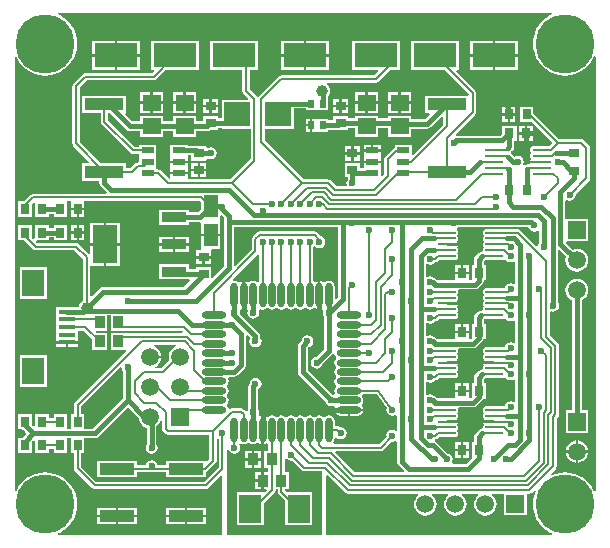
<source format=gtl>
%FSLAX43Y43*%
%MOMM*%
G71*
G01*
G75*
G04 Layer_Physical_Order=1*
G04 Layer_Color=255*
%ADD10R,3.650X2.050*%
%ADD11R,1.400X0.400*%
%ADD12R,1.900X2.300*%
%ADD13R,1.900X2.400*%
%ADD14R,0.900X1.000*%
%ADD15R,0.900X0.800*%
%ADD16R,0.800X0.900*%
%ADD17R,0.700X0.900*%
%ADD18R,3.000X1.000*%
%ADD19O,1.550X0.250*%
%ADD20R,0.900X0.700*%
%ADD21R,3.300X1.100*%
%ADD22R,1.500X1.400*%
%ADD23R,1.050X0.600*%
%ADD24R,2.250X2.100*%
%ADD25R,1.250X1.950*%
%ADD26O,0.600X2.050*%
%ADD27O,2.050X0.600*%
%ADD28R,2.150X3.200*%
%ADD29R,2.150X0.900*%
%ADD30R,0.559X0.711*%
%ADD31C,0.200*%
%ADD32C,0.400*%
%ADD33C,5.000*%
%ADD34C,1.500*%
%ADD35R,1.500X1.500*%
%ADD36R,1.500X1.500*%
%ADD37C,0.600*%
%ADD38C,1.000*%
G36*
X27792Y20569D02*
X27627Y20404D01*
X27510Y20452D01*
Y21425D01*
X27471Y21620D01*
X27360Y21785D01*
X27195Y21896D01*
X27000Y21935D01*
X26805Y21896D01*
X26690Y21820D01*
X26600Y21796D01*
X26510Y21820D01*
X26395Y21896D01*
X26300Y21915D01*
Y20700D01*
Y19485D01*
X26395Y19504D01*
X26530Y19441D01*
X26538Y19409D01*
X26529Y19395D01*
X26490Y19200D01*
X26529Y19005D01*
X26592Y18910D01*
Y16169D01*
X25916Y15493D01*
X25805Y15471D01*
X25640Y15360D01*
X25529Y15195D01*
X25490Y15000D01*
X25529Y14805D01*
X25640Y14640D01*
X25805Y14529D01*
X26000Y14490D01*
X26195Y14529D01*
X26360Y14640D01*
X26471Y14805D01*
X26493Y14916D01*
X27288Y15712D01*
X27288Y15712D01*
X27345Y15796D01*
X27473Y15760D01*
X27504Y15605D01*
X27580Y15490D01*
X27604Y15400D01*
X27580Y15310D01*
X27504Y15195D01*
X27465Y15000D01*
X27504Y14805D01*
X27580Y14690D01*
X27604Y14600D01*
X27580Y14510D01*
X27504Y14395D01*
X27465Y14200D01*
X27504Y14005D01*
X27580Y13890D01*
X27604Y13800D01*
X27580Y13710D01*
X27504Y13595D01*
X27465Y13400D01*
X27504Y13205D01*
X27580Y13090D01*
X27604Y13000D01*
X27580Y12910D01*
X27504Y12795D01*
X27465Y12600D01*
X27504Y12405D01*
X27441Y12270D01*
X27409Y12262D01*
X27395Y12271D01*
X27284Y12293D01*
X25208Y14369D01*
Y16231D01*
X25284Y16307D01*
X25395Y16329D01*
X25560Y16440D01*
X25671Y16605D01*
X25710Y16800D01*
X25671Y16995D01*
X25560Y17160D01*
X25395Y17271D01*
X25200Y17310D01*
X25005Y17271D01*
X24840Y17160D01*
X24729Y16995D01*
X24707Y16884D01*
X24512Y16688D01*
X24423Y16556D01*
X24418Y16530D01*
X24392Y16400D01*
X24392Y16400D01*
Y14200D01*
X24392Y14200D01*
X24418Y14070D01*
X24423Y14044D01*
X24512Y13912D01*
X26707Y11716D01*
X26729Y11605D01*
X26840Y11440D01*
X27005Y11329D01*
X27200Y11290D01*
X27395Y11329D01*
X27409Y11338D01*
X27441Y11330D01*
X27504Y11195D01*
X27485Y11100D01*
X29915D01*
X29896Y11195D01*
X29820Y11310D01*
X29796Y11400D01*
X29820Y11490D01*
X29896Y11605D01*
X29935Y11800D01*
X29896Y11995D01*
X29820Y12110D01*
X29802Y12175D01*
X29891Y12294D01*
X31047D01*
X31917Y11134D01*
X31890Y11000D01*
X31929Y10805D01*
X32040Y10640D01*
X32205Y10529D01*
X32400Y10490D01*
X32595Y10529D01*
X32665Y10576D01*
X32792Y10508D01*
Y9292D01*
X32665Y9224D01*
X32595Y9271D01*
X32400Y9310D01*
X32205Y9271D01*
X32040Y9160D01*
X31929Y8995D01*
X31890Y8800D01*
X31903Y8736D01*
X31273Y8106D01*
X27409D01*
X27373Y8233D01*
X27471Y8380D01*
X27510Y8575D01*
Y8605D01*
X27637Y8644D01*
X27640Y8640D01*
X27805Y8529D01*
X28000Y8490D01*
X28195Y8529D01*
X28360Y8640D01*
X28471Y8805D01*
X28510Y9000D01*
X28471Y9195D01*
X28360Y9360D01*
X28195Y9471D01*
X28000Y9510D01*
X27936Y9497D01*
X27916Y9516D01*
X27817Y9583D01*
X27700Y9606D01*
X27700Y9606D01*
X27510D01*
Y10025D01*
X27471Y10220D01*
X27360Y10385D01*
X27195Y10496D01*
X27000Y10535D01*
X26805Y10496D01*
X26690Y10420D01*
X26600Y10396D01*
X26510Y10420D01*
X26395Y10496D01*
X26200Y10535D01*
X26005Y10496D01*
X25890Y10420D01*
X25800Y10396D01*
X25710Y10420D01*
X25595Y10496D01*
X25400Y10535D01*
X25205Y10496D01*
X25090Y10420D01*
X25000Y10396D01*
X24910Y10420D01*
X24795Y10496D01*
X24600Y10535D01*
X24405Y10496D01*
X24290Y10420D01*
X24200Y10396D01*
X24110Y10420D01*
X23995Y10496D01*
X23800Y10535D01*
X23605Y10496D01*
X23490Y10420D01*
X23400Y10396D01*
X23310Y10420D01*
X23195Y10496D01*
X23000Y10535D01*
X22805Y10496D01*
X22690Y10420D01*
X22600Y10396D01*
X22510Y10420D01*
X22395Y10496D01*
X22200Y10535D01*
X22005Y10496D01*
X21890Y10420D01*
X21800Y10396D01*
X21710Y10420D01*
X21595Y10496D01*
X21500Y10515D01*
Y9300D01*
Y8085D01*
X21595Y8104D01*
X21710Y8180D01*
X21775Y8198D01*
X21894Y8128D01*
Y7500D01*
X21550D01*
Y6100D01*
X21894D01*
Y5700D01*
X21500D01*
Y5000D01*
Y4300D01*
X21701D01*
X21750Y4183D01*
X21612Y4044D01*
X21500Y4000D01*
Y4000D01*
X21500Y4000D01*
X19200D01*
Y1200D01*
X21500D01*
Y3067D01*
X22416Y3984D01*
X22416Y3984D01*
X22483Y4083D01*
X22506Y4200D01*
Y4300D01*
X22694D01*
Y4050D01*
X22694Y4050D01*
X22717Y3933D01*
X22784Y3834D01*
X23300Y3317D01*
Y1200D01*
X25600D01*
Y4000D01*
X23483D01*
X23310Y4173D01*
X23315Y4300D01*
X23650D01*
Y5700D01*
X23306D01*
Y6811D01*
X23433Y6849D01*
X23440Y6840D01*
X23605Y6729D01*
X23800Y6690D01*
X23864Y6703D01*
X24684Y5884D01*
X24684Y5884D01*
X24783Y5817D01*
X24900Y5794D01*
X26398D01*
Y400D01*
X18402D01*
Y7594D01*
X18529Y7607D01*
X18529Y7605D01*
X18640Y7440D01*
X18805Y7329D01*
X19000Y7290D01*
X19195Y7329D01*
X19360Y7440D01*
X19471Y7605D01*
X19510Y7800D01*
X19471Y7995D01*
X19416Y8078D01*
X19507Y8169D01*
X19605Y8104D01*
X19800Y8065D01*
X19995Y8104D01*
X20110Y8180D01*
X20200Y8204D01*
X20290Y8180D01*
X20405Y8104D01*
X20600Y8065D01*
X20795Y8104D01*
X20910Y8180D01*
X21000Y8204D01*
X21090Y8180D01*
X21205Y8104D01*
X21300Y8085D01*
Y9300D01*
Y10515D01*
X21205Y10496D01*
X21070Y10559D01*
X21062Y10591D01*
X21071Y10605D01*
X21110Y10800D01*
X21071Y10995D01*
X21008Y11090D01*
Y12738D01*
X21160Y12840D01*
X21271Y13005D01*
X21310Y13200D01*
X21271Y13395D01*
X21160Y13560D01*
X20995Y13671D01*
X20800Y13710D01*
X20605Y13671D01*
X20440Y13560D01*
X20329Y13395D01*
X20306Y13280D01*
X20223Y13156D01*
X20218Y13130D01*
X20192Y13000D01*
X20192Y13000D01*
Y11090D01*
X20129Y10995D01*
X20110Y10898D01*
X19973Y10860D01*
X19816Y11016D01*
X19717Y11083D01*
X19600Y11106D01*
X19600Y11106D01*
X18800D01*
X18683Y11083D01*
X18652Y11062D01*
X18511Y11119D01*
X18496Y11195D01*
X18420Y11310D01*
X18396Y11400D01*
X18420Y11490D01*
X18496Y11605D01*
X18535Y11800D01*
X18496Y11995D01*
X18420Y12110D01*
X18396Y12200D01*
X18420Y12290D01*
X18496Y12405D01*
X18535Y12600D01*
X18496Y12795D01*
X18420Y12910D01*
X18396Y13000D01*
X18420Y13090D01*
X18496Y13205D01*
X18535Y13400D01*
X18496Y13595D01*
X18449Y13665D01*
X18517Y13792D01*
X18990D01*
X18990Y13792D01*
X19120Y13818D01*
X19146Y13823D01*
X19278Y13912D01*
X19888Y14522D01*
X19888Y14522D01*
X19947Y14610D01*
X19977Y14654D01*
X20008Y14810D01*
X20008Y14810D01*
Y17246D01*
X20135Y17298D01*
X20373Y17061D01*
X20329Y16995D01*
X20290Y16800D01*
X20329Y16605D01*
X20440Y16440D01*
X20605Y16329D01*
X20800Y16290D01*
X20995Y16329D01*
X21160Y16440D01*
X21271Y16605D01*
X21310Y16800D01*
X21271Y16995D01*
X21208Y17090D01*
Y17210D01*
X21177Y17366D01*
X21088Y17498D01*
X21088Y17498D01*
X19489Y19097D01*
X19510Y19200D01*
X19471Y19395D01*
X19462Y19409D01*
X19470Y19441D01*
X19605Y19504D01*
X19700Y19485D01*
Y20700D01*
Y21915D01*
X19605Y21896D01*
X19490Y21820D01*
X19400Y21796D01*
X19310Y21820D01*
X19195Y21896D01*
X19000Y21935D01*
X18934Y21922D01*
X18871Y22039D01*
X20967Y24135D01*
X21094Y24082D01*
Y21891D01*
X20975Y21802D01*
X20910Y21820D01*
X20795Y21896D01*
X20600Y21935D01*
X20405Y21896D01*
X20290Y21820D01*
X20200Y21796D01*
X20110Y21820D01*
X19995Y21896D01*
X19900Y21915D01*
Y20700D01*
Y19485D01*
X19995Y19504D01*
X20130Y19441D01*
X20138Y19409D01*
X20129Y19395D01*
X20090Y19200D01*
X20129Y19005D01*
X20240Y18840D01*
X20405Y18729D01*
X20600Y18690D01*
X20795Y18729D01*
X20960Y18840D01*
X21071Y19005D01*
X21110Y19200D01*
X21071Y19395D01*
X21062Y19409D01*
X21070Y19441D01*
X21205Y19504D01*
X21400Y19465D01*
X21595Y19504D01*
X21710Y19580D01*
X21800Y19604D01*
X21890Y19580D01*
X22005Y19504D01*
X22200Y19465D01*
X22395Y19504D01*
X22510Y19580D01*
X22600Y19604D01*
X22690Y19580D01*
X22805Y19504D01*
X23000Y19465D01*
X23195Y19504D01*
X23310Y19580D01*
X23400Y19604D01*
X23490Y19580D01*
X23605Y19504D01*
X23800Y19465D01*
X23995Y19504D01*
X24110Y19580D01*
X24200Y19604D01*
X24290Y19580D01*
X24405Y19504D01*
X24600Y19465D01*
X24795Y19504D01*
X24910Y19580D01*
X25000Y19604D01*
X25090Y19580D01*
X25205Y19504D01*
X25400Y19465D01*
X25595Y19504D01*
X25710Y19580D01*
X25800Y19604D01*
X25890Y19580D01*
X26005Y19504D01*
X26100Y19485D01*
Y20700D01*
Y21915D01*
X26005Y21896D01*
X25890Y21820D01*
X25825Y21802D01*
X25706Y21872D01*
Y24753D01*
X25825Y24823D01*
X25890Y24805D01*
X26005Y24729D01*
X26200Y24690D01*
X26395Y24729D01*
X26560Y24840D01*
X26671Y25005D01*
X26710Y25200D01*
X26671Y25395D01*
X26560Y25560D01*
X26395Y25671D01*
X26353Y25679D01*
X26016Y26016D01*
X25917Y26083D01*
X25800Y26106D01*
X25800Y26106D01*
X21151D01*
X21034Y26083D01*
X20995Y26056D01*
X20935Y26016D01*
X20935Y26016D01*
X20584Y25665D01*
X20517Y25566D01*
X20494Y25449D01*
X20494Y25448D01*
Y24527D01*
X19100Y23133D01*
X18983Y23181D01*
Y26492D01*
X27792D01*
Y20569D01*
D02*
G37*
G36*
X42040Y23640D02*
X42205Y23529D01*
X42400Y23490D01*
X42595Y23529D01*
X42665Y23576D01*
X42792Y23508D01*
Y21692D01*
X42665Y21624D01*
X42595Y21671D01*
X42400Y21710D01*
X42205Y21671D01*
X42040Y21560D01*
X41929Y21395D01*
X41919Y21343D01*
X41834Y21316D01*
X41791Y21308D01*
X41675Y21331D01*
X40375D01*
X40248Y21306D01*
X40141Y21234D01*
X40069Y21127D01*
X40044Y21000D01*
X40069Y20873D01*
X40085Y20850D01*
X40133Y20750D01*
X40085Y20650D01*
X40069Y20627D01*
X40044Y20500D01*
X40069Y20373D01*
X40141Y20266D01*
Y20234D01*
X40069Y20127D01*
X40044Y20000D01*
X40069Y19873D01*
X40085Y19850D01*
X40133Y19750D01*
X40085Y19650D01*
X40069Y19627D01*
X40045Y19507D01*
X40042Y19499D01*
X39934Y19400D01*
X39894Y19408D01*
X39738Y19377D01*
X39606Y19288D01*
X39412Y19094D01*
X39323Y18962D01*
X39318Y18936D01*
X39292Y18806D01*
X39292Y18806D01*
Y18250D01*
X39100D01*
Y17077D01*
X39031Y17008D01*
X38900D01*
Y17500D01*
X37700D01*
Y17008D01*
X36159D01*
X36078Y17088D01*
X35946Y17177D01*
X35932Y17180D01*
X35795Y17271D01*
X35600Y17310D01*
X35405Y17271D01*
X35335Y17224D01*
X35208Y17292D01*
Y18308D01*
X35335Y18376D01*
X35405Y18329D01*
X35600Y18290D01*
X35795Y18329D01*
X35960Y18440D01*
X35997Y18494D01*
X36014D01*
X36014Y18494D01*
X36131Y18517D01*
X36230Y18584D01*
X36317Y18670D01*
X36325Y18669D01*
X37625D01*
X37752Y18694D01*
X37859Y18766D01*
X37931Y18873D01*
X37956Y19000D01*
X37931Y19127D01*
X37859Y19234D01*
Y19266D01*
X37931Y19373D01*
X37956Y19500D01*
X37931Y19627D01*
X37859Y19734D01*
Y19766D01*
X37931Y19873D01*
X37936Y19900D01*
X36975D01*
Y20100D01*
X37936D01*
X37931Y20127D01*
X37859Y20234D01*
Y20266D01*
X37931Y20373D01*
X37956Y20500D01*
X37931Y20627D01*
X37915Y20650D01*
X37867Y20750D01*
X37915Y20850D01*
X37931Y20873D01*
X37956Y21000D01*
X37943Y21065D01*
X38029Y21192D01*
X39400D01*
X39400Y21192D01*
X39530Y21218D01*
X39556Y21223D01*
X39688Y21312D01*
X39988Y21612D01*
X39988Y21612D01*
X40077Y21744D01*
X40108Y21900D01*
Y21950D01*
X40300D01*
Y23250D01*
X40108D01*
Y23531D01*
X40267Y23690D01*
X40375Y23669D01*
X41675D01*
X41802Y23694D01*
X41909Y23766D01*
X41955D01*
X42040Y23640D01*
D02*
G37*
G36*
Y18640D02*
X42205Y18529D01*
X42400Y18490D01*
X42595Y18529D01*
X42665Y18576D01*
X42792Y18508D01*
Y16692D01*
X42665Y16624D01*
X42595Y16671D01*
X42400Y16710D01*
X42205Y16671D01*
X42040Y16560D01*
X41929Y16395D01*
X41919Y16343D01*
X41834Y16316D01*
X41791Y16308D01*
X41675Y16331D01*
X40375D01*
X40248Y16306D01*
X40141Y16234D01*
X40069Y16127D01*
X40044Y16000D01*
X40069Y15873D01*
X40085Y15850D01*
X40133Y15750D01*
X40085Y15650D01*
X40069Y15627D01*
X40044Y15500D01*
X40069Y15373D01*
X40141Y15266D01*
Y15234D01*
X40069Y15127D01*
X40064Y15100D01*
X41025D01*
Y14900D01*
X40064D01*
X40069Y14873D01*
X40085Y14850D01*
X40133Y14750D01*
X40085Y14650D01*
X40069Y14627D01*
X40044Y14500D01*
X39935Y14395D01*
X39844Y14377D01*
X39712Y14288D01*
X39412Y13988D01*
X39323Y13856D01*
X39318Y13830D01*
X39292Y13700D01*
X39292Y13700D01*
Y13250D01*
X39100D01*
Y12077D01*
X39031Y12008D01*
X38900D01*
Y12500D01*
X37700D01*
Y12008D01*
X36159D01*
X36078Y12088D01*
X35946Y12177D01*
X35932Y12180D01*
X35795Y12271D01*
X35600Y12310D01*
X35405Y12271D01*
X35335Y12224D01*
X35208Y12292D01*
Y13308D01*
X35335Y13376D01*
X35405Y13329D01*
X35600Y13290D01*
X35795Y13329D01*
X35960Y13440D01*
X35997Y13494D01*
X36014D01*
X36014Y13494D01*
X36131Y13517D01*
X36230Y13584D01*
X36317Y13670D01*
X36325Y13669D01*
X37625D01*
X37752Y13694D01*
X37859Y13766D01*
X37931Y13873D01*
X37956Y14000D01*
X37931Y14127D01*
X37859Y14234D01*
Y14266D01*
X37931Y14373D01*
X37956Y14500D01*
X37931Y14627D01*
X37915Y14650D01*
X37867Y14750D01*
X37915Y14850D01*
X37931Y14873D01*
X37936Y14900D01*
X36975D01*
Y15100D01*
X37936D01*
X37931Y15127D01*
X37859Y15234D01*
Y15266D01*
X37931Y15373D01*
X37956Y15500D01*
X37931Y15627D01*
X37915Y15650D01*
X37867Y15750D01*
X37915Y15850D01*
X37931Y15873D01*
X37956Y16000D01*
X37943Y16065D01*
X38029Y16192D01*
X39200D01*
X39200Y16192D01*
X39330Y16218D01*
X39356Y16223D01*
X39488Y16312D01*
X39988Y16812D01*
X39988Y16812D01*
X40077Y16944D01*
X40078Y16950D01*
X40300D01*
Y18250D01*
X40108D01*
Y18637D01*
X40165Y18694D01*
X40248D01*
X40248Y18694D01*
X40375Y18669D01*
X41675D01*
X41802Y18694D01*
X41909Y18766D01*
X41955D01*
X42040Y18640D01*
D02*
G37*
G36*
X9912Y34712D02*
X9912Y34712D01*
X10044Y34623D01*
X10200Y34592D01*
X11050D01*
Y34100D01*
X12950D01*
Y34592D01*
X13850D01*
Y34100D01*
X15750D01*
Y34592D01*
X16700D01*
X16700Y34592D01*
X16830Y34618D01*
X16856Y34623D01*
X16971Y34700D01*
X17650D01*
Y34892D01*
X17950D01*
Y34750D01*
X20394D01*
Y32227D01*
X18673Y30506D01*
X15159D01*
X15050Y30550D01*
X15050Y30633D01*
Y30950D01*
X13600D01*
Y30633D01*
Y30612D01*
X13473Y30560D01*
X12766Y31266D01*
X12667Y31333D01*
X12550Y31356D01*
X12550Y31356D01*
X12400D01*
Y31500D01*
Y32450D01*
Y33450D01*
X10950D01*
Y33256D01*
X10577D01*
X8306Y35527D01*
Y36100D01*
X8523D01*
X9912Y34712D01*
D02*
G37*
G36*
X45915Y44473D02*
X45770Y44413D01*
X45408Y44191D01*
X45085Y43915D01*
X44809Y43592D01*
X44587Y43230D01*
X44424Y42837D01*
X44325Y42424D01*
X44292Y42000D01*
X44325Y41576D01*
X44424Y41163D01*
X44587Y40770D01*
X44809Y40408D01*
X45085Y40085D01*
X45408Y39809D01*
X45770Y39587D01*
X46163Y39424D01*
X46576Y39325D01*
X47000Y39292D01*
X47424Y39325D01*
X47837Y39424D01*
X48230Y39587D01*
X48592Y39809D01*
X48915Y40085D01*
X49191Y40408D01*
X49413Y40770D01*
X49473Y40915D01*
X49600Y40890D01*
X49600Y4110D01*
X49473Y4085D01*
X49413Y4230D01*
X49191Y4592D01*
X48915Y4915D01*
X48592Y5191D01*
X48230Y5413D01*
X47837Y5576D01*
X47424Y5675D01*
X47000Y5708D01*
X46576Y5675D01*
X46163Y5576D01*
X45864Y5452D01*
X45792Y5560D01*
X46216Y5984D01*
X46283Y6083D01*
X46306Y6200D01*
Y10293D01*
X46416Y10404D01*
X46416Y10404D01*
X46483Y10503D01*
X46506Y10620D01*
X46506Y10620D01*
Y16400D01*
X46506Y16400D01*
X46483Y16517D01*
X46416Y16616D01*
X46416Y16616D01*
X45706Y17327D01*
Y19254D01*
X45833Y19323D01*
X46000Y19290D01*
X46195Y19329D01*
X46360Y19440D01*
X46471Y19605D01*
X46510Y19800D01*
X46471Y19995D01*
X46408Y20090D01*
Y24509D01*
X46525Y24558D01*
X47104Y23979D01*
X47074Y23908D01*
X47042Y23660D01*
X47074Y23412D01*
X47170Y23181D01*
X47322Y22982D01*
X47521Y22830D01*
X47752Y22734D01*
X48000Y22702D01*
X48248Y22734D01*
X48479Y22830D01*
X48678Y22982D01*
X48830Y23181D01*
X48926Y23412D01*
X48958Y23660D01*
X48926Y23908D01*
X48830Y24139D01*
X48678Y24338D01*
X48479Y24490D01*
X48248Y24586D01*
X48000Y24618D01*
X47752Y24586D01*
X47681Y24556D01*
X47114Y25123D01*
X47166Y25250D01*
X48950D01*
Y27150D01*
X47135D01*
X47050Y27150D01*
X47008Y27260D01*
D01*
Y28708D01*
X47135Y28776D01*
X47205Y28729D01*
X47400Y28690D01*
X47595Y28729D01*
X47760Y28840D01*
X47871Y29005D01*
X47910Y29200D01*
X47897Y29264D01*
X49016Y30384D01*
X49016Y30384D01*
X49083Y30483D01*
X49106Y30600D01*
X49106Y30600D01*
Y33200D01*
X49083Y33317D01*
X49056Y33357D01*
X49016Y33416D01*
X49016Y33416D01*
X48616Y33816D01*
X48517Y33883D01*
X48400Y33906D01*
X48400Y33906D01*
X46520D01*
X44300Y36125D01*
Y36650D01*
X43200D01*
Y35350D01*
X44210D01*
X45897Y33664D01*
Y33536D01*
X45689Y33329D01*
X45675Y33331D01*
X44375D01*
X44248Y33306D01*
X44141Y33234D01*
X44069Y33127D01*
X44044Y33000D01*
X44069Y32873D01*
X44141Y32766D01*
Y32734D01*
X44069Y32627D01*
X44044Y32500D01*
X44069Y32373D01*
X44141Y32266D01*
Y32234D01*
X44069Y32127D01*
X44064Y32100D01*
X45025D01*
Y31900D01*
X44035D01*
X43973Y31806D01*
X43900D01*
X43900Y31806D01*
X43783Y31783D01*
X43744Y31757D01*
X43594Y31727D01*
X43553Y31700D01*
X43462Y31791D01*
X43471Y31805D01*
X43510Y32000D01*
X43471Y32195D01*
X43360Y32360D01*
X43195Y32471D01*
X43000Y32510D01*
X42805Y32471D01*
X42745Y32431D01*
X42488Y32688D01*
X42436Y32724D01*
Y32876D01*
X42488Y32912D01*
X42588Y33012D01*
X42588Y33012D01*
X42647Y33100D01*
X42677Y33144D01*
X42708Y33300D01*
X42708Y33300D01*
Y33750D01*
X42900D01*
Y35050D01*
X41700D01*
Y34377D01*
X41531Y34208D01*
X37820D01*
X37785Y34255D01*
X37762Y34330D01*
X39416Y35984D01*
X39416Y35984D01*
X39483Y36083D01*
X39506Y36200D01*
X39506Y36200D01*
Y37800D01*
X39483Y37917D01*
X39416Y38016D01*
X37775Y39658D01*
X37824Y39775D01*
X38025D01*
Y42225D01*
X33975D01*
Y39775D01*
X36792D01*
X38840Y37727D01*
X38788Y37600D01*
X35150D01*
Y36100D01*
X35507D01*
X35556Y35983D01*
X35181Y35608D01*
X33950D01*
Y35900D01*
X32050D01*
Y35708D01*
X31150D01*
Y35900D01*
X29250D01*
Y35708D01*
X28650D01*
Y35900D01*
X27350D01*
Y35493D01*
X26962D01*
Y35641D01*
X26124D01*
X26003Y35641D01*
X26000D01*
X25997D01*
X25876Y35641D01*
X25617D01*
Y35086D01*
Y34530D01*
X25876D01*
X25997Y34530D01*
X26000D01*
X26003D01*
X26124Y34530D01*
X26962D01*
Y34678D01*
X27786D01*
X27786Y34678D01*
X27897Y34700D01*
X28650D01*
Y34892D01*
X29250D01*
Y34100D01*
X31150D01*
Y34892D01*
X32050D01*
Y34100D01*
X33950D01*
Y34792D01*
X35350D01*
X35350Y34792D01*
X35480Y34818D01*
X35506Y34823D01*
X35638Y34912D01*
X36577Y35850D01*
X36694Y35801D01*
Y35127D01*
X34167Y32600D01*
X34050Y32649D01*
Y33450D01*
X32600D01*
Y33211D01*
X32534Y33166D01*
X32534Y33166D01*
X31784Y32416D01*
X31717Y32317D01*
X31694Y32200D01*
X31694Y32200D01*
Y30927D01*
X31517Y30750D01*
X31400Y30799D01*
Y31500D01*
Y31900D01*
X29950D01*
Y31500D01*
Y31458D01*
X29650D01*
Y31900D01*
X28350D01*
Y30700D01*
X28592D01*
Y30490D01*
X28529Y30395D01*
X28490Y30200D01*
X28523Y30033D01*
X28454Y29906D01*
X27672D01*
X27162Y30416D01*
X27063Y30483D01*
X26946Y30506D01*
X26946Y30506D01*
X24878D01*
X21606Y33778D01*
Y34750D01*
X24050D01*
Y36507D01*
X25038D01*
Y36359D01*
X25997D01*
X25997Y36359D01*
X25997D01*
X26003D01*
Y36359D01*
X26124Y36359D01*
X26962D01*
Y37470D01*
X26962Y37470D01*
X26962D01*
X26970Y37594D01*
X27011Y37647D01*
X27082Y37817D01*
X27106Y38000D01*
X27082Y38183D01*
X27011Y38353D01*
X26899Y38499D01*
X26811Y38567D01*
X26854Y38694D01*
X31000D01*
X31000Y38694D01*
X31117Y38717D01*
X31216Y38784D01*
X32208Y39775D01*
X33025D01*
Y42225D01*
X28975D01*
Y39775D01*
X31176D01*
X31225Y39658D01*
X30873Y39306D01*
X23000D01*
X23000Y39306D01*
X22883Y39283D01*
X22784Y39216D01*
X21084Y37516D01*
X21076Y37505D01*
X20924D01*
X20916Y37516D01*
X20306Y38127D01*
Y39775D01*
X21025D01*
Y42225D01*
X16975D01*
Y39775D01*
X19694D01*
Y38000D01*
X19694Y38000D01*
X19717Y37883D01*
X19784Y37784D01*
X20200Y37367D01*
X20151Y37250D01*
X17950D01*
Y35708D01*
X17650D01*
Y35900D01*
X16350D01*
Y35408D01*
X15750D01*
Y35900D01*
X13850D01*
Y35408D01*
X12950D01*
Y35900D01*
X11050D01*
Y35408D01*
X10369D01*
X9794Y35983D01*
X9843Y36100D01*
X9850D01*
Y37600D01*
X6150D01*
Y36100D01*
X7694D01*
Y35400D01*
X7694Y35400D01*
X7717Y35283D01*
X7784Y35184D01*
X10234Y32734D01*
X10333Y32667D01*
X10450Y32644D01*
X10950D01*
Y32450D01*
Y32030D01*
X10850Y31956D01*
X10733Y31933D01*
X10634Y31866D01*
X10634Y31866D01*
X10223Y31456D01*
X9850D01*
Y31900D01*
X7683D01*
X5906Y33677D01*
Y38273D01*
X6527Y38894D01*
X12200D01*
X12200Y38894D01*
X12317Y38917D01*
X12416Y38984D01*
X13208Y39775D01*
X16025D01*
Y42225D01*
X11975D01*
Y39775D01*
X12176D01*
X12225Y39658D01*
X12073Y39506D01*
X6400D01*
X6283Y39483D01*
X6184Y39416D01*
X5384Y38616D01*
X5317Y38517D01*
X5294Y38400D01*
X5294Y38400D01*
Y33550D01*
X5294Y33550D01*
X5317Y33433D01*
X5384Y33334D01*
X6700Y32017D01*
X6651Y31900D01*
X6150D01*
Y30400D01*
X7592D01*
Y30200D01*
X7592Y30200D01*
X7618Y30070D01*
X7623Y30044D01*
X7712Y29912D01*
X8190Y29433D01*
X8138Y29306D01*
X2000D01*
X2000Y29306D01*
X1883Y29283D01*
X1784Y29216D01*
X1784Y29216D01*
X1217Y28650D01*
X700D01*
Y27350D01*
X1900D01*
Y28447D01*
X1984Y28514D01*
X2100Y28464D01*
Y27350D01*
X3300D01*
Y27592D01*
X3700D01*
Y27350D01*
X4800D01*
Y28567D01*
X4800Y28650D01*
X4909Y28694D01*
X4909D01*
X5091D01*
X5200Y28650D01*
X5200Y28567D01*
Y28100D01*
X6300D01*
Y28567D01*
X6300Y28650D01*
X6409Y28694D01*
X6409D01*
X16098D01*
X16175Y28617D01*
Y27977D01*
X15906Y27708D01*
X15200D01*
Y27950D01*
X12650D01*
Y26650D01*
X15200D01*
Y26892D01*
X16075D01*
X16075Y26892D01*
X16077Y26893D01*
X16175Y26812D01*
Y25875D01*
X17825D01*
Y26950D01*
X17825Y26950D01*
Y26950D01*
Y27050D01*
X17825D01*
X17825Y27077D01*
Y27432D01*
X17942Y27481D01*
X18167Y27256D01*
Y23144D01*
X17167Y22144D01*
X17050Y22193D01*
Y23100D01*
X15750D01*
Y22908D01*
X15200D01*
Y23350D01*
X12650D01*
Y22050D01*
X15194D01*
X15279Y21956D01*
X14731Y21408D01*
X7900D01*
X7900Y21408D01*
X7744Y21377D01*
X7612Y21288D01*
X6923Y20600D01*
X6806Y20649D01*
Y23200D01*
X7975D01*
Y24900D01*
X6800D01*
Y24212D01*
X6673Y24160D01*
X5816Y25016D01*
X5717Y25083D01*
X5600Y25106D01*
X5600Y25106D01*
X2327D01*
X2210Y25223D01*
X2262Y25350D01*
X3300D01*
Y25592D01*
X3700D01*
Y25350D01*
X4800D01*
Y26650D01*
X3700D01*
Y26408D01*
X3300D01*
Y26650D01*
X2100D01*
Y25536D01*
X1984Y25486D01*
X1900Y25553D01*
Y26650D01*
X700D01*
Y25350D01*
X1217D01*
X1984Y24584D01*
X1984Y24584D01*
X2083Y24517D01*
X2200Y24494D01*
X2200Y24494D01*
X5473D01*
X6194Y23773D01*
Y20231D01*
X6147Y20211D01*
X6001Y20099D01*
X5889Y19953D01*
X5818Y19783D01*
X5808Y19708D01*
X4850D01*
X4811Y19700D01*
X3950D01*
Y18900D01*
Y18250D01*
Y17600D01*
Y16950D01*
Y16800D01*
X5750D01*
Y16950D01*
Y17600D01*
Y17694D01*
X6273D01*
X6950Y17017D01*
Y16100D01*
X8250D01*
Y17500D01*
X7333D01*
X7260Y17589D01*
X7307Y17700D01*
X8250D01*
Y18992D01*
X8550D01*
Y17700D01*
X9570D01*
X9600Y17694D01*
X14581D01*
X14630Y17632D01*
X14574Y17506D01*
X9600D01*
X9600Y17506D01*
X9570Y17500D01*
X8550D01*
Y16100D01*
X9839D01*
X9922Y16003D01*
X5534Y11615D01*
X5467Y11516D01*
X5444Y11399D01*
X5444Y11399D01*
Y10650D01*
X5200D01*
Y9408D01*
X4800D01*
Y10650D01*
X3700D01*
Y10306D01*
X3300D01*
Y10650D01*
X2100D01*
Y9651D01*
X1989Y9604D01*
X1900Y9677D01*
Y10650D01*
X700D01*
Y9350D01*
X1073D01*
X1360Y9064D01*
Y8936D01*
X1073Y8650D01*
X700D01*
Y7350D01*
X1900D01*
Y8323D01*
X1989Y8396D01*
X2100Y8349D01*
Y7350D01*
X3300D01*
Y7694D01*
X3700D01*
Y7350D01*
X4800D01*
Y8592D01*
X5200D01*
Y7350D01*
X5444D01*
Y6050D01*
X5444Y6050D01*
X5467Y5933D01*
X5534Y5834D01*
X6984Y4384D01*
X6984Y4384D01*
X7043Y4344D01*
X7083Y4317D01*
X7200Y4294D01*
X16600D01*
X16600Y4294D01*
X16717Y4317D01*
X16816Y4384D01*
X17881Y5448D01*
X17998Y5400D01*
Y400D01*
X4110D01*
X4085Y527D01*
X4230Y587D01*
X4592Y809D01*
X4915Y1085D01*
X5191Y1408D01*
X5413Y1770D01*
X5576Y2163D01*
X5675Y2576D01*
X5708Y3000D01*
X5675Y3424D01*
X5576Y3837D01*
X5413Y4230D01*
X5191Y4592D01*
X4915Y4915D01*
X4592Y5191D01*
X4230Y5413D01*
X3837Y5576D01*
X3424Y5675D01*
X3000Y5708D01*
X2576Y5675D01*
X2163Y5576D01*
X1770Y5413D01*
X1408Y5191D01*
X1085Y4915D01*
X809Y4592D01*
X587Y4230D01*
X527Y4085D01*
X400Y4110D01*
X400Y40890D01*
X527Y40915D01*
X587Y40770D01*
X809Y40408D01*
X1085Y40085D01*
X1408Y39809D01*
X1770Y39587D01*
X2163Y39424D01*
X2576Y39325D01*
X3000Y39292D01*
X3424Y39325D01*
X3837Y39424D01*
X4230Y39587D01*
X4592Y39809D01*
X4915Y40085D01*
X5191Y40408D01*
X5413Y40770D01*
X5576Y41163D01*
X5675Y41576D01*
X5708Y42000D01*
X5675Y42424D01*
X5576Y42837D01*
X5413Y43230D01*
X5191Y43592D01*
X4915Y43915D01*
X4592Y44191D01*
X4230Y44413D01*
X4085Y44473D01*
X4110Y44600D01*
X45890D01*
X45915Y44473D01*
D02*
G37*
G36*
X43929Y26405D02*
X44040Y26240D01*
X44205Y26129D01*
X44400Y26090D01*
X44595Y26129D01*
X44665Y26176D01*
X44792Y26108D01*
Y25090D01*
X44729Y24995D01*
X44710Y24902D01*
X44573Y24860D01*
X43216Y26216D01*
X43117Y26283D01*
X43000Y26306D01*
X43000Y26306D01*
X41802D01*
X41802Y26306D01*
X41675Y26331D01*
X40375D01*
X40248Y26306D01*
X40141Y26234D01*
X40069Y26127D01*
X40044Y26000D01*
X40069Y25873D01*
X40085Y25850D01*
X40133Y25750D01*
X40085Y25650D01*
X40069Y25627D01*
X40044Y25500D01*
X40069Y25373D01*
X40141Y25266D01*
Y25234D01*
X40069Y25127D01*
X40044Y25000D01*
X40069Y24873D01*
X40085Y24850D01*
X40133Y24750D01*
X40085Y24650D01*
X40069Y24627D01*
X40044Y24500D01*
X39935Y24395D01*
X39844Y24377D01*
X39712Y24288D01*
X39412Y23988D01*
X39323Y23856D01*
X39318Y23830D01*
X39292Y23700D01*
X39292Y23700D01*
Y23250D01*
X39100D01*
Y22008D01*
X38900D01*
Y22500D01*
X37700D01*
Y22008D01*
X36159D01*
X36078Y22088D01*
X35946Y22177D01*
X35932Y22180D01*
X35795Y22271D01*
X35600Y22310D01*
X35405Y22271D01*
X35335Y22224D01*
X35208Y22292D01*
Y23308D01*
X35335Y23376D01*
X35405Y23329D01*
X35600Y23290D01*
X35795Y23329D01*
X35960Y23440D01*
X35997Y23494D01*
X36014D01*
X36014Y23494D01*
X36131Y23517D01*
X36230Y23584D01*
X36317Y23670D01*
X36325Y23669D01*
X37625D01*
X37752Y23694D01*
X37859Y23766D01*
X37931Y23873D01*
X37956Y24000D01*
X37931Y24127D01*
X37859Y24234D01*
Y24266D01*
X37931Y24373D01*
X37956Y24500D01*
X37931Y24627D01*
X37915Y24650D01*
X37867Y24750D01*
X37915Y24850D01*
X37931Y24873D01*
X37936Y24900D01*
X36975D01*
Y25100D01*
X37936D01*
X37931Y25127D01*
X37859Y25234D01*
Y25266D01*
X37931Y25373D01*
X37956Y25500D01*
X37931Y25627D01*
X37915Y25650D01*
X37867Y25750D01*
X37915Y25850D01*
X37931Y25873D01*
X37956Y26000D01*
X37931Y26127D01*
X37859Y26234D01*
X37871Y26379D01*
X37960Y26440D01*
X37996Y26492D01*
X43912D01*
X43929Y26405D01*
D02*
G37*
G36*
X10914Y10310D02*
X10934Y10152D01*
X11030Y9921D01*
X11182Y9722D01*
X11381Y9570D01*
X11592Y9483D01*
Y8090D01*
X11529Y7995D01*
X11490Y7800D01*
X11529Y7605D01*
X11640Y7440D01*
X11805Y7329D01*
X12000Y7290D01*
X12195Y7329D01*
X12360Y7440D01*
X12471Y7605D01*
X12510Y7800D01*
X12471Y7995D01*
X12408Y8090D01*
Y9623D01*
X12538Y9722D01*
X12690Y9921D01*
X12767Y10108D01*
X12894Y10082D01*
Y9400D01*
X12894Y9400D01*
X12917Y9283D01*
X12984Y9184D01*
X13184Y8984D01*
X13283Y8917D01*
X13400Y8894D01*
X16894D01*
Y6827D01*
X16717Y6650D01*
X16600Y6699D01*
Y6700D01*
X13200D01*
Y6306D01*
X12489D01*
X12471Y6395D01*
X12360Y6560D01*
X12195Y6671D01*
X12000Y6710D01*
X11805Y6671D01*
X11640Y6560D01*
X11529Y6395D01*
X11511Y6306D01*
X10800D01*
Y6700D01*
X7400D01*
Y5300D01*
X10800D01*
Y5694D01*
X11980D01*
X12000Y5690D01*
X12020Y5694D01*
X13200D01*
Y5300D01*
X16600D01*
Y5714D01*
X16617Y5717D01*
X16716Y5784D01*
X17416Y6484D01*
X17416Y6484D01*
X17483Y6583D01*
X17506Y6700D01*
X17506Y6700D01*
Y8530D01*
X17633Y8594D01*
X17694Y8548D01*
Y6127D01*
X16473Y4906D01*
X7327D01*
X6056Y6177D01*
Y7350D01*
X6300D01*
Y8592D01*
X7200D01*
X7200Y8592D01*
X7330Y8618D01*
X7356Y8623D01*
X7488Y8712D01*
X10000Y11223D01*
X10914Y10310D01*
D02*
G37*
G36*
X32792Y8308D02*
Y6600D01*
X32792Y6600D01*
X32823Y6444D01*
X32912Y6312D01*
X33390Y5833D01*
X33338Y5706D01*
X29224D01*
X27553Y7377D01*
X27601Y7494D01*
X31400D01*
X31400Y7494D01*
X31517Y7517D01*
X31616Y7584D01*
X32336Y8303D01*
X32400Y8290D01*
X32595Y8329D01*
X32665Y8376D01*
X32792Y8308D01*
D02*
G37*
G36*
X28384Y3984D02*
X28384Y3984D01*
X28483Y3917D01*
X28600Y3894D01*
X28600Y3894D01*
X34576D01*
X34619Y3767D01*
X34502Y3678D01*
X34350Y3479D01*
X34254Y3248D01*
X34222Y3000D01*
X34254Y2752D01*
X34350Y2521D01*
X34502Y2322D01*
X34701Y2170D01*
X34932Y2074D01*
X35180Y2042D01*
X35428Y2074D01*
X35659Y2170D01*
X35858Y2322D01*
X36010Y2521D01*
X36106Y2752D01*
X36138Y3000D01*
X36106Y3248D01*
X36010Y3479D01*
X35858Y3678D01*
X35741Y3767D01*
X35784Y3894D01*
X37116D01*
X37159Y3767D01*
X37042Y3678D01*
X36890Y3479D01*
X36794Y3248D01*
X36762Y3000D01*
X36794Y2752D01*
X36890Y2521D01*
X37042Y2322D01*
X37241Y2170D01*
X37472Y2074D01*
X37720Y2042D01*
X37968Y2074D01*
X38199Y2170D01*
X38398Y2322D01*
X38550Y2521D01*
X38646Y2752D01*
X38678Y3000D01*
X38646Y3248D01*
X38550Y3479D01*
X38398Y3678D01*
X38281Y3767D01*
X38324Y3894D01*
X39656D01*
X39699Y3767D01*
X39582Y3678D01*
X39430Y3479D01*
X39334Y3248D01*
X39302Y3000D01*
X39334Y2752D01*
X39430Y2521D01*
X39582Y2322D01*
X39781Y2170D01*
X40012Y2074D01*
X40260Y2042D01*
X40508Y2074D01*
X40739Y2170D01*
X40938Y2322D01*
X41090Y2521D01*
X41186Y2752D01*
X41218Y3000D01*
X41186Y3248D01*
X41090Y3479D01*
X40938Y3678D01*
X40821Y3767D01*
X40864Y3894D01*
X41850D01*
Y2050D01*
X43750D01*
Y3894D01*
X44000D01*
X44000Y3894D01*
X44117Y3917D01*
X44216Y3984D01*
X44440Y4208D01*
X44548Y4136D01*
X44424Y3837D01*
X44325Y3424D01*
X44292Y3000D01*
X44325Y2576D01*
X44424Y2163D01*
X44587Y1770D01*
X44809Y1408D01*
X45085Y1085D01*
X45408Y809D01*
X45770Y587D01*
X45915Y527D01*
X45890Y400D01*
X26802D01*
Y5400D01*
X26919Y5448D01*
X28384Y3984D01*
D02*
G37*
G36*
X14059Y16367D02*
X13921Y16310D01*
X13722Y16158D01*
X13570Y15959D01*
X13474Y15728D01*
X13442Y15480D01*
X13474Y15232D01*
X13497Y15178D01*
X12825Y14506D01*
X12323D01*
X12297Y14633D01*
X12339Y14650D01*
X12538Y14802D01*
X12690Y15001D01*
X12786Y15232D01*
X12805Y15380D01*
X11860D01*
Y15580D01*
X12805D01*
X12786Y15728D01*
X12690Y15959D01*
X12538Y16158D01*
X12339Y16310D01*
X12201Y16367D01*
X12226Y16494D01*
X14034D01*
X14059Y16367D01*
D02*
G37*
G36*
X42040Y13640D02*
X42205Y13529D01*
X42400Y13490D01*
X42595Y13529D01*
X42665Y13576D01*
X42792Y13508D01*
Y11692D01*
X42665Y11624D01*
X42595Y11671D01*
X42400Y11710D01*
X42205Y11671D01*
X42040Y11560D01*
X41929Y11395D01*
X41919Y11343D01*
X41834Y11316D01*
X41791Y11308D01*
X41675Y11331D01*
X40375D01*
X40248Y11306D01*
X40141Y11234D01*
X40069Y11127D01*
X40044Y11000D01*
X40069Y10873D01*
X40085Y10850D01*
X40133Y10750D01*
X40085Y10650D01*
X40069Y10627D01*
X40044Y10500D01*
X40069Y10373D01*
X40141Y10266D01*
Y10234D01*
X40069Y10127D01*
X40064Y10100D01*
X41025D01*
Y9900D01*
X40064D01*
X40069Y9873D01*
X40085Y9850D01*
X40133Y9750D01*
X40085Y9650D01*
X40069Y9627D01*
X40044Y9500D01*
X39935Y9395D01*
X39844Y9377D01*
X39712Y9288D01*
X39412Y8988D01*
X39323Y8856D01*
X39318Y8830D01*
X39292Y8700D01*
X39292Y8700D01*
Y8250D01*
X39100D01*
Y6950D01*
X39100Y6950D01*
X39100D01*
X39060Y6837D01*
X38631Y6408D01*
X37492D01*
X37424Y6535D01*
X37471Y6605D01*
X37510Y6800D01*
X37471Y6995D01*
X37360Y7160D01*
X37195Y7271D01*
X37084Y7293D01*
X36088Y8288D01*
X36026Y8330D01*
X36015Y8348D01*
X36012Y8367D01*
X36014Y8493D01*
X36014Y8494D01*
X36131Y8517D01*
X36230Y8584D01*
X36317Y8670D01*
X36325Y8669D01*
X37625D01*
X37752Y8694D01*
X37859Y8766D01*
X37931Y8873D01*
X37956Y9000D01*
X37931Y9127D01*
X37859Y9234D01*
Y9266D01*
X37931Y9373D01*
X37956Y9500D01*
X37931Y9627D01*
X37915Y9650D01*
X37867Y9750D01*
X37915Y9850D01*
X37931Y9873D01*
X37936Y9900D01*
X36975D01*
Y10100D01*
X37936D01*
X37931Y10127D01*
X37859Y10234D01*
Y10266D01*
X37931Y10373D01*
X37956Y10500D01*
X37931Y10627D01*
X37915Y10650D01*
X37867Y10750D01*
X37915Y10850D01*
X37931Y10873D01*
X37956Y11000D01*
X37943Y11065D01*
X38029Y11192D01*
X39200D01*
X39200Y11192D01*
X39330Y11218D01*
X39356Y11223D01*
X39488Y11312D01*
X39988Y11812D01*
X39988Y11812D01*
X40077Y11944D01*
X40078Y11950D01*
X40300D01*
Y13250D01*
X40108D01*
Y13531D01*
X40267Y13690D01*
X40375Y13669D01*
X41675D01*
X41802Y13694D01*
X41909Y13766D01*
X41955D01*
X42040Y13640D01*
D02*
G37*
G36*
X9502Y14539D02*
X9529Y14405D01*
X9592Y14310D01*
Y11969D01*
X7031Y9408D01*
X6300D01*
Y10650D01*
X6056D01*
Y11272D01*
X9367Y14583D01*
X9502Y14539D01*
D02*
G37*
%LPC*%
G36*
X38900Y18250D02*
X38400D01*
Y17700D01*
X38900D01*
Y18250D01*
D02*
G37*
G36*
X38200D02*
X37700D01*
Y17700D01*
X38200D01*
Y18250D01*
D02*
G37*
G36*
X5750Y16600D02*
X4950D01*
Y16300D01*
X5750D01*
Y16600D01*
D02*
G37*
G36*
X38200Y23250D02*
X37700D01*
Y22700D01*
X38200D01*
Y23250D01*
D02*
G37*
G36*
X3150Y23100D02*
X850D01*
Y20400D01*
X3150D01*
Y23100D01*
D02*
G37*
G36*
X43025Y40900D02*
X41100D01*
Y39775D01*
X43025D01*
Y40900D01*
D02*
G37*
G36*
X4750Y16600D02*
X3950D01*
Y16300D01*
X4750D01*
Y16600D01*
D02*
G37*
G36*
X38900Y13250D02*
X38400D01*
Y12700D01*
X38900D01*
Y13250D01*
D02*
G37*
G36*
X38200D02*
X37700D01*
Y12700D01*
X38200D01*
Y13250D01*
D02*
G37*
G36*
X29915Y10900D02*
X28800D01*
Y10490D01*
X29425D01*
X29620Y10529D01*
X29785Y10640D01*
X29896Y10805D01*
X29915Y10900D01*
D02*
G37*
G36*
X8900Y42225D02*
X6975D01*
Y41100D01*
X8900D01*
Y42225D01*
D02*
G37*
G36*
X11025D02*
X9100D01*
Y41100D01*
X11025D01*
Y42225D01*
D02*
G37*
G36*
X3150Y15600D02*
X850D01*
Y12900D01*
X3150D01*
Y15600D01*
D02*
G37*
G36*
X38900Y23250D02*
X38400D01*
Y22700D01*
X38900D01*
Y23250D01*
D02*
G37*
G36*
X7975Y26800D02*
X6800D01*
Y25100D01*
X7975D01*
Y26800D01*
D02*
G37*
G36*
X24900Y40900D02*
X22975D01*
Y39775D01*
X24900D01*
Y40900D01*
D02*
G37*
G36*
X27025D02*
X25100D01*
Y39775D01*
X27025D01*
Y40900D01*
D02*
G37*
G36*
X15200Y25650D02*
X14025D01*
Y25100D01*
X15200D01*
Y25650D01*
D02*
G37*
G36*
X13825D02*
X12650D01*
Y25100D01*
X13825D01*
Y25650D01*
D02*
G37*
G36*
X9350Y26800D02*
X8175D01*
Y25100D01*
X9350D01*
Y26800D01*
D02*
G37*
G36*
X15200Y24900D02*
X14025D01*
Y24350D01*
X15200D01*
Y24900D01*
D02*
G37*
G36*
X17050Y23800D02*
X16500D01*
Y23300D01*
X17050D01*
Y23800D01*
D02*
G37*
G36*
X16300D02*
X15750D01*
Y23300D01*
X16300D01*
Y23800D01*
D02*
G37*
G36*
X9350Y24900D02*
X8175D01*
Y23200D01*
X9350D01*
Y24900D01*
D02*
G37*
G36*
X13825D02*
X12650D01*
Y24350D01*
X13825D01*
Y24900D01*
D02*
G37*
G36*
X17825Y25675D02*
X16175D01*
Y24627D01*
X16175Y24600D01*
X16110Y24500D01*
X15750D01*
Y24000D01*
X17050D01*
Y24473D01*
X17050Y24500D01*
X17115Y24600D01*
X17825D01*
Y25675D01*
D02*
G37*
G36*
X40900Y40900D02*
X38975D01*
Y39775D01*
X40900D01*
Y40900D01*
D02*
G37*
G36*
X28600Y10900D02*
X27485D01*
X27504Y10805D01*
X27615Y10640D01*
X27780Y10529D01*
X27975Y10490D01*
X28600D01*
Y10900D01*
D02*
G37*
G36*
X21300Y4900D02*
X20750D01*
Y4300D01*
X21300D01*
Y4900D01*
D02*
G37*
G36*
X16600Y2700D02*
X15000D01*
Y2100D01*
X16600D01*
Y2700D01*
D02*
G37*
G36*
X14800D02*
X13200D01*
Y2100D01*
X14800D01*
Y2700D01*
D02*
G37*
G36*
X21250Y6700D02*
X20700D01*
Y6100D01*
X21250D01*
Y6700D01*
D02*
G37*
G36*
X20500D02*
X19950D01*
Y6100D01*
X20500D01*
Y6700D01*
D02*
G37*
G36*
X21300Y5700D02*
X20750D01*
Y5100D01*
X21300D01*
Y5700D01*
D02*
G37*
G36*
X10800Y2700D02*
X9200D01*
Y2100D01*
X10800D01*
Y2700D01*
D02*
G37*
G36*
Y1900D02*
X9200D01*
Y1300D01*
X10800D01*
Y1900D01*
D02*
G37*
G36*
X9000D02*
X7400D01*
Y1300D01*
X9000D01*
Y1900D01*
D02*
G37*
G36*
X43025Y42225D02*
X41100D01*
Y41100D01*
X43025D01*
Y42225D01*
D02*
G37*
G36*
X9000Y2700D02*
X7400D01*
Y2100D01*
X9000D01*
Y2700D01*
D02*
G37*
G36*
X16600Y1900D02*
X15000D01*
Y1300D01*
X16600D01*
Y1900D01*
D02*
G37*
G36*
X14800D02*
X13200D01*
Y1300D01*
X14800D01*
Y1900D01*
D02*
G37*
G36*
X47900Y7360D02*
X47055D01*
X47074Y7212D01*
X47170Y6981D01*
X47322Y6782D01*
X47521Y6630D01*
X47752Y6534D01*
X47900Y6515D01*
Y7360D01*
D02*
G37*
G36*
X40900Y42225D02*
X38975D01*
Y41100D01*
X40900D01*
Y42225D01*
D02*
G37*
G36*
X38900Y8250D02*
X38400D01*
Y7700D01*
X38900D01*
Y8250D01*
D02*
G37*
G36*
X38200D02*
X37700D01*
Y7700D01*
X38200D01*
Y8250D01*
D02*
G37*
G36*
X24900Y42225D02*
X22975D01*
Y41100D01*
X24900D01*
Y42225D01*
D02*
G37*
G36*
X48000Y22078D02*
X47752Y22046D01*
X47521Y21950D01*
X47322Y21798D01*
X47170Y21599D01*
X47074Y21368D01*
X47042Y21120D01*
X47074Y20872D01*
X47170Y20641D01*
X47322Y20442D01*
X47521Y20290D01*
X47592Y20261D01*
Y10950D01*
X47050D01*
Y9050D01*
X48950D01*
Y10950D01*
X48408D01*
Y20261D01*
X48479Y20290D01*
X48678Y20442D01*
X48830Y20641D01*
X48926Y20872D01*
X48958Y21120D01*
X48926Y21368D01*
X48830Y21599D01*
X48678Y21798D01*
X48479Y21950D01*
X48248Y22046D01*
X48000Y22078D01*
D02*
G37*
G36*
X27025Y42225D02*
X25100D01*
Y41100D01*
X27025D01*
Y42225D01*
D02*
G37*
G36*
X48100Y8405D02*
Y7560D01*
X48945D01*
X48926Y7708D01*
X48830Y7939D01*
X48678Y8138D01*
X48479Y8290D01*
X48248Y8386D01*
X48100Y8405D01*
D02*
G37*
G36*
X21250Y7500D02*
X20700D01*
Y6900D01*
X21250D01*
Y7500D01*
D02*
G37*
G36*
X20500D02*
X19950D01*
Y6900D01*
X20500D01*
Y7500D01*
D02*
G37*
G36*
X48945Y7360D02*
X48100D01*
Y6515D01*
X48248Y6534D01*
X48479Y6630D01*
X48678Y6782D01*
X48830Y6981D01*
X48926Y7212D01*
X48945Y7360D01*
D02*
G37*
G36*
X47900Y8405D02*
X47752Y8386D01*
X47521Y8290D01*
X47322Y8138D01*
X47170Y7939D01*
X47074Y7708D01*
X47055Y7560D01*
X47900D01*
Y8405D01*
D02*
G37*
G36*
X38900Y7500D02*
X38400D01*
Y6950D01*
X38900D01*
Y7500D01*
D02*
G37*
G36*
X38200D02*
X37700D01*
Y6950D01*
X38200D01*
Y7500D01*
D02*
G37*
G36*
X14700Y36900D02*
X13850D01*
Y36100D01*
X14700D01*
Y36900D01*
D02*
G37*
G36*
X12950D02*
X12100D01*
Y36100D01*
X12950D01*
Y36900D01*
D02*
G37*
G36*
X11900D02*
X11050D01*
Y36100D01*
X11900D01*
Y36900D01*
D02*
G37*
G36*
X31150D02*
X30300D01*
Y36100D01*
X31150D01*
Y36900D01*
D02*
G37*
G36*
X30100D02*
X29250D01*
Y36100D01*
X30100D01*
Y36900D01*
D02*
G37*
G36*
X15750D02*
X14900D01*
Y36100D01*
X15750D01*
Y36900D01*
D02*
G37*
G36*
X28650Y36600D02*
X28100D01*
Y36100D01*
X28650D01*
Y36600D01*
D02*
G37*
G36*
X42800Y36650D02*
X42350D01*
Y36100D01*
X42800D01*
Y36650D01*
D02*
G37*
G36*
X42150D02*
X41700D01*
Y36100D01*
X42150D01*
Y36650D01*
D02*
G37*
G36*
X42800Y35900D02*
X42350D01*
Y35350D01*
X42800D01*
Y35900D01*
D02*
G37*
G36*
X27900Y36600D02*
X27350D01*
Y36100D01*
X27900D01*
Y36600D01*
D02*
G37*
G36*
X17650D02*
X17100D01*
Y36100D01*
X17650D01*
Y36600D01*
D02*
G37*
G36*
X16900D02*
X16350D01*
Y36100D01*
X16900D01*
Y36600D01*
D02*
G37*
G36*
X32900Y36900D02*
X32050D01*
Y36100D01*
X32900D01*
Y36900D01*
D02*
G37*
G36*
X30100Y37900D02*
X29250D01*
Y37100D01*
X30100D01*
Y37900D01*
D02*
G37*
G36*
X15750D02*
X14900D01*
Y37100D01*
X15750D01*
Y37900D01*
D02*
G37*
G36*
X14700D02*
X13850D01*
Y37100D01*
X14700D01*
Y37900D01*
D02*
G37*
G36*
X33950D02*
X33100D01*
Y37100D01*
X33950D01*
Y37900D01*
D02*
G37*
G36*
X32900D02*
X32050D01*
Y37100D01*
X32900D01*
Y37900D01*
D02*
G37*
G36*
X31150D02*
X30300D01*
Y37100D01*
X31150D01*
Y37900D01*
D02*
G37*
G36*
X12950D02*
X12100D01*
Y37100D01*
X12950D01*
Y37900D01*
D02*
G37*
G36*
X17650Y37300D02*
X17100D01*
Y36800D01*
X17650D01*
Y37300D01*
D02*
G37*
G36*
X16900D02*
X16350D01*
Y36800D01*
X16900D01*
Y37300D01*
D02*
G37*
G36*
X33950Y36900D02*
X33100D01*
Y36100D01*
X33950D01*
Y36900D01*
D02*
G37*
G36*
X11900Y37900D02*
X11050D01*
Y37100D01*
X11900D01*
Y37900D01*
D02*
G37*
G36*
X28650Y37300D02*
X28100D01*
Y36800D01*
X28650D01*
Y37300D01*
D02*
G37*
G36*
X27900D02*
X27350D01*
Y36800D01*
X27900D01*
Y37300D01*
D02*
G37*
G36*
X42150Y35900D02*
X41700D01*
Y35350D01*
X42150D01*
Y35900D01*
D02*
G37*
G36*
X16650Y31200D02*
X16100D01*
Y30700D01*
X16650D01*
Y31200D01*
D02*
G37*
G36*
X15900D02*
X15350D01*
Y30700D01*
X15900D01*
Y31200D01*
D02*
G37*
G36*
X8900Y40900D02*
X6975D01*
Y39775D01*
X8900D01*
Y40900D01*
D02*
G37*
G36*
X16650Y31900D02*
X16100D01*
Y31400D01*
X16650D01*
Y31900D01*
D02*
G37*
G36*
X15900D02*
X15350D01*
Y31400D01*
X15900D01*
Y31900D01*
D02*
G37*
G36*
X15050D02*
X13600D01*
Y31500D01*
Y31150D01*
X15050D01*
Y31500D01*
Y31900D01*
D02*
G37*
G36*
X11025Y40900D02*
X9100D01*
Y39775D01*
X11025D01*
Y40900D01*
D02*
G37*
G36*
X5650Y26650D02*
X5200D01*
Y26100D01*
X5650D01*
Y26650D01*
D02*
G37*
G36*
X6300Y25900D02*
X5850D01*
Y25350D01*
X6300D01*
Y25900D01*
D02*
G37*
G36*
X5650D02*
X5200D01*
Y25350D01*
X5650D01*
Y25900D01*
D02*
G37*
G36*
X6300Y27900D02*
X5850D01*
Y27350D01*
X6300D01*
Y27900D01*
D02*
G37*
G36*
X5650D02*
X5200D01*
Y27350D01*
X5650D01*
Y27900D01*
D02*
G37*
G36*
X6300Y26650D02*
X5850D01*
Y26100D01*
X6300D01*
Y26650D01*
D02*
G37*
G36*
X28900Y32600D02*
X28350D01*
Y32100D01*
X28900D01*
Y32600D01*
D02*
G37*
G36*
X43600Y35050D02*
X43100D01*
Y34500D01*
X43600D01*
Y35050D01*
D02*
G37*
G36*
X44300Y34300D02*
X43800D01*
Y33750D01*
X44300D01*
Y34300D01*
D02*
G37*
G36*
X43600D02*
X43100D01*
Y33750D01*
X43600D01*
Y34300D01*
D02*
G37*
G36*
X25417Y35641D02*
X25038D01*
Y35186D01*
X25417D01*
Y35641D01*
D02*
G37*
G36*
Y34986D02*
X25038D01*
Y34530D01*
X25417D01*
Y34986D01*
D02*
G37*
G36*
X44300Y35050D02*
X43800D01*
Y34500D01*
X44300D01*
Y35050D01*
D02*
G37*
G36*
X31400Y33450D02*
X30775D01*
Y33050D01*
X31400D01*
Y33450D01*
D02*
G37*
G36*
X15050Y33450D02*
X13600D01*
Y32450D01*
Y32100D01*
X15050D01*
Y32450D01*
Y32542D01*
X15350D01*
Y32100D01*
X16650D01*
Y32180D01*
X16777Y32248D01*
X16805Y32229D01*
X17000Y32190D01*
X17195Y32229D01*
X17360Y32340D01*
X17471Y32505D01*
X17510Y32700D01*
X17471Y32895D01*
X17360Y33060D01*
X17195Y33171D01*
X17000Y33210D01*
X16805Y33171D01*
X16777Y33152D01*
X16650Y33220D01*
Y33300D01*
X15946D01*
X15906Y33327D01*
X15880Y33332D01*
X15750Y33358D01*
X15750Y33358D01*
X15050D01*
Y33450D01*
D02*
G37*
G36*
X31400Y32850D02*
X29950D01*
Y32450D01*
Y32100D01*
X31400D01*
Y32450D01*
Y32850D01*
D02*
G37*
G36*
X29650Y32600D02*
X29100D01*
Y32100D01*
X29650D01*
Y32600D01*
D02*
G37*
G36*
X30575Y33450D02*
X29950D01*
Y33050D01*
X30575D01*
Y33450D01*
D02*
G37*
G36*
X29650Y33300D02*
X29100D01*
Y32800D01*
X29650D01*
Y33300D01*
D02*
G37*
G36*
X28900D02*
X28350D01*
Y32800D01*
X28900D01*
Y33300D01*
D02*
G37*
%LPD*%
G54D10*
X25000Y41000D02*
D03*
X41000D02*
D03*
X9000D02*
D03*
X14000D02*
D03*
X19000D02*
D03*
X31000D02*
D03*
X36000D02*
D03*
G54D11*
X4850Y19300D02*
D03*
Y18000D02*
D03*
Y18650D02*
D03*
Y17350D02*
D03*
Y16700D02*
D03*
G54D12*
X2000Y21750D02*
D03*
Y14250D02*
D03*
G54D13*
X24450Y2600D02*
D03*
X20350D02*
D03*
G54D14*
X20600Y6800D02*
D03*
X22200D02*
D03*
X21400Y5000D02*
D03*
X23000D02*
D03*
X9200Y18400D02*
D03*
X7600D02*
D03*
X9200Y16800D02*
D03*
X7600D02*
D03*
G54D15*
X16000Y31300D02*
D03*
Y32700D02*
D03*
X29000Y32700D02*
D03*
Y31300D02*
D03*
X28000Y36700D02*
D03*
Y35300D02*
D03*
X17000Y36700D02*
D03*
Y35300D02*
D03*
X16400Y23900D02*
D03*
Y22500D02*
D03*
G54D16*
X1300Y26000D02*
D03*
X2700D02*
D03*
X1300Y28000D02*
D03*
X2700D02*
D03*
X1300Y8000D02*
D03*
X2700D02*
D03*
X1300Y10000D02*
D03*
X2700D02*
D03*
X43700Y34400D02*
D03*
X42300D02*
D03*
X38300Y22600D02*
D03*
X39700D02*
D03*
X38300Y17600D02*
D03*
X39700D02*
D03*
X38300Y12600D02*
D03*
X39700D02*
D03*
X38300Y7600D02*
D03*
X39700D02*
D03*
G54D17*
X5750Y26000D02*
D03*
X4250D02*
D03*
X5750Y28000D02*
D03*
X4250D02*
D03*
X42250Y29600D02*
D03*
X43750D02*
D03*
X5750Y8000D02*
D03*
X4250D02*
D03*
X5750Y10000D02*
D03*
X4250D02*
D03*
X43750Y36000D02*
D03*
X42250D02*
D03*
G54D18*
X14900Y2000D02*
D03*
X9100D02*
D03*
X14900Y6000D02*
D03*
X9100D02*
D03*
G54D19*
X36975Y26000D02*
D03*
Y25500D02*
D03*
Y25000D02*
D03*
Y24500D02*
D03*
Y24000D02*
D03*
X41025Y26000D02*
D03*
Y25500D02*
D03*
Y25000D02*
D03*
Y24500D02*
D03*
Y24000D02*
D03*
X36975Y21000D02*
D03*
Y20500D02*
D03*
Y20000D02*
D03*
Y19500D02*
D03*
Y19000D02*
D03*
X41025Y21000D02*
D03*
Y20500D02*
D03*
Y20000D02*
D03*
Y19500D02*
D03*
Y19000D02*
D03*
X36975Y16000D02*
D03*
Y15500D02*
D03*
Y15000D02*
D03*
Y14500D02*
D03*
Y14000D02*
D03*
X41025Y16000D02*
D03*
Y15500D02*
D03*
Y15000D02*
D03*
Y14500D02*
D03*
Y14000D02*
D03*
X36975Y11000D02*
D03*
Y10500D02*
D03*
Y10000D02*
D03*
Y9500D02*
D03*
Y9000D02*
D03*
X41025Y11000D02*
D03*
Y10500D02*
D03*
Y10000D02*
D03*
Y9500D02*
D03*
Y9000D02*
D03*
X45025Y31000D02*
D03*
Y31500D02*
D03*
Y32000D02*
D03*
Y32500D02*
D03*
Y33000D02*
D03*
X40975Y31000D02*
D03*
Y31500D02*
D03*
Y32000D02*
D03*
Y32500D02*
D03*
Y33000D02*
D03*
G54D20*
X47800Y31250D02*
D03*
Y32750D02*
D03*
G54D21*
X37000Y31150D02*
D03*
Y36850D02*
D03*
X8000D02*
D03*
Y31150D02*
D03*
G54D22*
X33000Y37000D02*
D03*
Y35000D02*
D03*
X12000Y37000D02*
D03*
Y35000D02*
D03*
X14800D02*
D03*
Y37000D02*
D03*
X30200Y35000D02*
D03*
Y37000D02*
D03*
G54D23*
X33325Y32950D02*
D03*
Y32000D02*
D03*
Y31050D02*
D03*
X30675D02*
D03*
Y32000D02*
D03*
Y32950D02*
D03*
X11675Y31050D02*
D03*
Y32000D02*
D03*
Y32950D02*
D03*
X14325D02*
D03*
Y32000D02*
D03*
Y31050D02*
D03*
G54D24*
X22725Y36000D02*
D03*
X19275D02*
D03*
G54D25*
X17000Y28225D02*
D03*
Y25775D02*
D03*
G54D26*
X19000Y20700D02*
D03*
X19800D02*
D03*
X20600D02*
D03*
X21400D02*
D03*
X22200D02*
D03*
X23000D02*
D03*
X23800D02*
D03*
X24600D02*
D03*
X25400D02*
D03*
X26200D02*
D03*
X27000D02*
D03*
Y9300D02*
D03*
X26200D02*
D03*
X25400D02*
D03*
X24600D02*
D03*
X23800D02*
D03*
X23000D02*
D03*
X22200D02*
D03*
X21400D02*
D03*
X20600D02*
D03*
X19800D02*
D03*
X19000D02*
D03*
G54D27*
X28700Y19000D02*
D03*
Y18200D02*
D03*
Y17400D02*
D03*
Y16600D02*
D03*
Y15800D02*
D03*
Y15000D02*
D03*
Y14200D02*
D03*
Y13400D02*
D03*
Y12600D02*
D03*
Y11800D02*
D03*
Y11000D02*
D03*
X17300D02*
D03*
Y11800D02*
D03*
Y12600D02*
D03*
Y13400D02*
D03*
Y14200D02*
D03*
Y15000D02*
D03*
Y15800D02*
D03*
Y16600D02*
D03*
Y17400D02*
D03*
Y18200D02*
D03*
Y19000D02*
D03*
G54D28*
X8075Y25000D02*
D03*
G54D29*
X13925Y27300D02*
D03*
Y25000D02*
D03*
Y22700D02*
D03*
G54D30*
X26483Y35086D02*
D03*
Y36914D02*
D03*
X25517D02*
D03*
Y35086D02*
D03*
G54D31*
X15600Y14326D02*
X16526Y13400D01*
X15600Y14326D02*
Y16000D01*
X16526Y13400D02*
X17300D01*
X36000Y41000D02*
X39200Y37800D01*
X37000Y34000D02*
X39200Y36200D01*
Y37800D01*
X5600Y33550D02*
X8000Y31150D01*
X5600Y33550D02*
Y38400D01*
X6400Y39200D01*
X12200D01*
X14000Y41000D01*
X8000Y35400D02*
Y36850D01*
Y35400D02*
X10450Y32950D01*
X11675D01*
X37000Y31150D02*
X37000Y31150D01*
X37000Y31150D02*
Y34000D01*
X20700Y32100D02*
Y37300D01*
X20000Y38000D02*
X20700Y37300D01*
X20000Y38000D02*
Y41000D01*
X23000Y39000D02*
X31000D01*
X21300Y37300D02*
X23000Y39000D01*
X21300Y33651D02*
Y37300D01*
X32000Y40000D02*
Y41000D01*
X31000Y39000D02*
X32000Y40000D01*
X21300Y33651D02*
X24751Y30200D01*
X25151Y29800D02*
X26780D01*
X23800Y28449D02*
X25151Y29800D01*
X25551Y29400D02*
X26614D01*
X24600Y28449D02*
X25551Y29400D01*
X24751Y30200D02*
X26946D01*
X25400Y28400D02*
Y28449D01*
X18800Y30200D02*
X20700Y32100D01*
X26946Y30200D02*
X27546Y29600D01*
X32000Y30800D02*
Y32200D01*
X30800Y29600D02*
X32000Y30800D01*
X27546Y29600D02*
X30800D01*
X6400Y19500D02*
Y19600D01*
X5600Y24800D02*
X6500Y23900D01*
Y19600D02*
Y23900D01*
X4850Y18650D02*
X7350D01*
X2200Y24800D02*
X5600D01*
X1300Y25700D02*
X2200Y24800D01*
X1300Y25700D02*
Y26000D01*
X6400Y18000D02*
X7600Y16800D01*
X4850Y18000D02*
X6400D01*
X7350Y18650D02*
X7600Y18400D01*
X5750Y11399D02*
X11151Y16800D01*
X5750Y10000D02*
Y11399D01*
X11151Y16800D02*
X14800D01*
X15600Y16000D01*
X9600Y18000D02*
X14731D01*
X14966Y17200D02*
X15566Y16600D01*
X9600Y17200D02*
X14966D01*
X14731Y18000D02*
X15331Y17400D01*
X17300D01*
X15566Y16600D02*
X17300D01*
X9200Y16800D02*
X9600Y17200D01*
X10600Y12400D02*
X11400Y11600D01*
X10600Y12400D02*
Y13400D01*
X11400Y14200D01*
X9200Y18400D02*
X9600Y18000D01*
X45200Y29000D02*
X46400Y30200D01*
X40000Y29000D02*
X41200D01*
X45025Y32500D02*
X45900D01*
X41000Y28000D02*
X41200Y28200D01*
X38600Y29600D02*
X40000Y31000D01*
X40975D01*
X39400Y28400D02*
X40000Y29000D01*
X26483Y28400D02*
X26883Y28000D01*
X26200Y28400D02*
X26483D01*
X26449Y29000D02*
X27049Y28400D01*
X26614Y29400D02*
X27214Y28800D01*
X26780Y29800D02*
X27380Y29200D01*
X25951Y29000D02*
X26449D01*
X20600Y28400D02*
X22200D01*
X23800Y28400D02*
Y28449D01*
X23000Y28400D02*
Y28449D01*
X24751Y30200D01*
X23000Y25200D02*
X23000Y25200D01*
X24600Y28400D02*
Y28449D01*
X25400Y25200D02*
X25400Y25200D01*
X23800Y25200D02*
X23800Y25200D01*
X22200Y20700D02*
Y25200D01*
X21400Y20700D02*
Y25200D01*
X25400Y28449D02*
X25951Y29000D01*
X26200Y25200D02*
Y25400D01*
X22200Y20700D02*
X22200Y20700D01*
X25400Y20700D02*
Y25200D01*
X33425Y31150D02*
X37000D01*
X24600Y25200D02*
X24600Y25200D01*
X24600Y20700D02*
Y25200D01*
X32850Y31050D02*
X33325D01*
X23800Y20700D02*
Y25200D01*
X32750Y32950D02*
X33325D01*
X32000Y32200D02*
X32750Y32950D01*
X23000Y20700D02*
Y25200D01*
X30400Y26200D02*
X30400Y26200D01*
X30400Y19000D02*
Y26200D01*
X30600Y18200D02*
X31000Y18600D01*
X30000Y18200D02*
X30600D01*
X30000Y18200D02*
X30000Y18200D01*
X28700Y18200D02*
X30000D01*
X30600Y17400D02*
X31400Y18200D01*
X31000Y18600D02*
Y21800D01*
X28700Y17400D02*
X30600D01*
X31400Y18200D02*
Y21400D01*
X12550Y31050D02*
X13400Y30200D01*
X11675Y31050D02*
X12550D01*
X43750Y31350D02*
X43900Y31500D01*
X45025D01*
X40975Y32500D02*
X42100D01*
X42200Y32400D01*
X42000Y33000D02*
X42200Y33200D01*
X40975Y33000D02*
X42000D01*
X42100Y31500D02*
X42200Y31400D01*
X40975Y31500D02*
X42100D01*
X35600Y26200D02*
X35800Y26000D01*
X35900Y24500D02*
X36975D01*
X35900Y25500D02*
X36975D01*
X39800Y32000D02*
X40975D01*
X46200Y10620D02*
Y16400D01*
X45400Y17200D02*
X46200Y16400D01*
X45400Y17200D02*
Y23600D01*
X45800Y10786D02*
Y16234D01*
X45000Y17034D02*
X45800Y16234D01*
X45000Y17034D02*
Y21000D01*
Y16000D02*
X45400Y15600D01*
Y10951D02*
Y15600D01*
X46000Y10420D02*
X46200Y10620D01*
X46000Y6200D02*
Y10420D01*
X45600Y10586D02*
X45800Y10786D01*
X45200Y10751D02*
X45400Y10951D01*
X45600Y6366D02*
Y10586D01*
X45200Y6531D02*
Y10751D01*
X44800Y6697D02*
Y11200D01*
X35800Y18800D02*
X36014D01*
X42200Y9200D02*
X42400Y9000D01*
X42400Y9800D02*
X42400D01*
X42200Y10000D02*
X42400Y9800D01*
X42151Y9200D02*
X42200D01*
X41851Y9500D02*
X42151Y9200D01*
X41025Y9500D02*
X41851D01*
X42200Y15000D02*
X42400Y14800D01*
X42200Y14200D02*
X42400Y14000D01*
X42151Y14200D02*
X42200D01*
X41851Y14500D02*
X42151Y14200D01*
X41025Y14500D02*
X41851D01*
X42200Y19200D02*
X42400Y19000D01*
X42151Y19200D02*
X42200D01*
X41851Y19500D02*
X42151Y19200D01*
X41025Y19500D02*
X41851D01*
X42200Y24200D02*
X42400Y24000D01*
X42151Y24200D02*
X42200D01*
X41851Y24500D02*
X42151Y24200D01*
X41025Y24500D02*
X41851D01*
X44800Y21200D02*
X45000Y21000D01*
X35900Y14500D02*
X36975D01*
X35600Y13800D02*
X35800Y13800D01*
X36214Y9000D02*
X36975D01*
X36014Y8800D02*
X36214Y9000D01*
X35800Y26000D02*
X36975D01*
X41025Y25000D02*
X42200D01*
X42200Y21000D02*
X42400Y21200D01*
X42200Y20000D02*
X42400Y19800D01*
X41025Y20000D02*
X42200D01*
X41025Y21000D02*
X42200D01*
X35800Y23800D02*
X36014D01*
X36214Y24000D01*
X36975D01*
X35800Y13800D02*
X36014D01*
X36214Y14000D01*
X36975D01*
X42200Y16000D02*
X42400Y16200D01*
X41025Y16000D02*
X42200D01*
X41025Y15000D02*
X42200D01*
X41025Y11000D02*
X42200D01*
X42400Y11200D01*
X41025Y10000D02*
X42200D01*
X13200Y9400D02*
Y10800D01*
X14400Y12940D02*
X14740Y12600D01*
X17300D01*
X11860Y12940D02*
X12460D01*
X13600Y11800D01*
X17300D01*
X15000Y11000D02*
X17300D01*
X14400Y10400D02*
X15000Y11000D01*
X14231Y15480D02*
X14400D01*
X12951Y14200D02*
X14231Y15480D01*
X11400Y14200D02*
X12951D01*
X13200Y9400D02*
X13400Y9200D01*
X12400Y11600D02*
X13200Y10800D01*
X11400Y11600D02*
X12400D01*
X19800Y9300D02*
Y10600D01*
X19600Y10800D02*
X19800Y10600D01*
X19000Y7800D02*
Y9300D01*
X17200Y9200D02*
X18800Y10800D01*
X19600D01*
X5750Y6050D02*
X7200Y4600D01*
X23800Y7200D02*
X24900Y6100D01*
X24600Y8000D02*
Y9300D01*
Y8000D02*
X25700Y6900D01*
X25400Y8000D02*
Y9300D01*
Y8000D02*
X26100Y7300D01*
X24900Y6100D02*
X26700D01*
X27031Y6900D02*
X28931Y5000D01*
X25349Y6500D02*
X26866D01*
X25700Y6900D02*
X27031D01*
X27000Y9300D02*
X27000Y9300D01*
X26200Y8000D02*
Y9300D01*
Y8000D02*
X26400Y7800D01*
X28700Y14200D02*
X31600D01*
X28700Y15800D02*
X30600D01*
X31600Y14200D02*
X32400Y15000D01*
X28700Y21300D02*
X29000Y21600D01*
X30600Y15800D02*
X30600Y15800D01*
X30400Y15800D02*
X30600D01*
X28700Y16600D02*
X30600D01*
X31800Y17800D01*
X28700Y19000D02*
Y21300D01*
X31800Y24600D02*
X32400Y25200D01*
X31800Y17800D02*
Y20800D01*
Y17000D02*
X32400Y17600D01*
X28700Y15000D02*
X31000D01*
X31800Y15800D01*
Y17000D01*
X39894Y19000D02*
X41025D01*
X31400Y21400D02*
X32400Y22400D01*
X31000Y21800D02*
X31800Y22600D01*
Y24600D01*
X35600Y23800D02*
X35800Y23800D01*
X8000Y31150D02*
X10350D01*
X10850Y31650D01*
X11325D01*
X11675Y32000D01*
X43800Y32200D02*
X44000Y32000D01*
X45025D01*
X33325Y31050D02*
X33425Y31150D01*
X7200Y4600D02*
X16600D01*
X13400Y9200D02*
X17200D01*
Y6700D02*
Y9200D01*
X16500Y6000D02*
X17200Y6700D01*
X14900Y6000D02*
X16500D01*
X9100D02*
X14900D01*
X23800Y8049D02*
Y9300D01*
Y8049D02*
X25349Y6500D01*
X26700Y6100D02*
X28600Y4200D01*
X28600Y4200D01*
X26100Y7300D02*
X27197D01*
X45025Y31000D02*
X46000D01*
X46400Y30600D01*
Y30200D02*
Y30600D01*
X45025Y33000D02*
X45793D01*
X47400Y29200D02*
X48800Y30600D01*
Y33200D01*
X48400Y33600D02*
X48800Y33200D01*
X45900Y32500D02*
X46150Y32750D01*
X46250D01*
X46393Y33600D02*
X48400D01*
X45793Y33000D02*
X46393Y33600D01*
X43750Y36000D02*
X43993D01*
X46393Y33600D01*
X32000Y13400D02*
X32400Y13800D01*
X28700Y13400D02*
X32000D01*
X32400Y15000D02*
Y16000D01*
Y17600D02*
Y18800D01*
Y22400D02*
Y23800D01*
X27380Y29200D02*
X31000D01*
X32850Y31050D01*
X32400Y25200D02*
Y26200D01*
X22200Y6800D02*
Y9300D01*
Y6800D02*
X22200Y6800D01*
X20350Y2600D02*
X20600D01*
X23000Y4050D02*
Y9300D01*
X20600Y2600D02*
X22200Y4200D01*
Y6800D01*
X23000Y4050D02*
X24450Y2600D01*
X27000Y9300D02*
X27700D01*
X28000Y9000D01*
X18000Y6000D02*
Y9000D01*
X16600Y4600D02*
X18000Y6000D01*
X13400Y30200D02*
X18800D01*
X20600Y28400D01*
X42200Y25000D02*
X42400Y24800D01*
X41025Y25500D02*
X42100D01*
X41025Y26000D02*
X43000D01*
X45400Y23600D01*
X37800Y28800D02*
X38600Y29600D01*
X27214Y28800D02*
X37800D01*
X27049Y28400D02*
X39400D01*
X26883Y28000D02*
X41000D01*
X31200Y12600D02*
X32400Y11000D01*
X28700Y12600D02*
X31200D01*
X41025Y20500D02*
X42100D01*
X41025Y15500D02*
X42100D01*
X41025Y10500D02*
X42100D01*
X40000Y24000D02*
X41025D01*
X35600Y18800D02*
X35800Y18800D01*
X36014D02*
X36214Y19000D01*
X36975D01*
X35900Y19500D02*
X36975D01*
X35949Y20500D02*
X36975D01*
X35600Y20200D02*
X35649D01*
X35949Y20500D01*
X35600Y21000D02*
X36975D01*
X36975Y21000D01*
X31800Y20800D02*
X32000Y21000D01*
X32400D01*
X40200Y14000D02*
X41025D01*
X16225Y29000D02*
X17000Y28225D01*
X2000Y29000D02*
X16225D01*
X1300Y28300D02*
X2000Y29000D01*
X1300Y28000D02*
Y28300D01*
X40200Y14000D02*
X40200Y14000D01*
X40000Y14000D02*
X40200D01*
X40000Y9000D02*
X41025D01*
X35600Y8800D02*
X36014D01*
X35900Y9500D02*
X36975D01*
X35949Y10500D02*
X36975D01*
X35600Y10200D02*
X35649D01*
X35949Y10500D01*
X35600Y11000D02*
X36975D01*
X35949Y15500D02*
X36975D01*
X35600Y15200D02*
X35649D01*
X35949Y15500D01*
X35600Y16000D02*
X36975D01*
X35600Y16000D02*
X35600Y16000D01*
X26400Y7800D02*
X31400D01*
X32400Y8800D01*
X27197Y7300D02*
X29097Y5400D01*
X29097Y5400D01*
X26866Y6500D02*
X28766Y4600D01*
X28766Y4600D01*
X44000Y4200D02*
X46000Y6200D01*
X43834Y4600D02*
X45600Y6366D01*
X43669Y5000D02*
X45200Y6531D01*
X43503Y5400D02*
X44800Y6697D01*
X28600Y4200D02*
X44000D01*
X28766Y4600D02*
X43834D01*
X28931Y5000D02*
X43669D01*
X29097Y5400D02*
X43503D01*
X2700Y8000D02*
X4250D01*
X4250Y8000D01*
X2700Y10000D02*
X4250D01*
X4250Y10000D01*
X20800Y25449D02*
X21151Y25800D01*
X25800D01*
X26200Y25400D01*
X20800Y24400D02*
Y25449D01*
X17300Y19000D02*
Y20900D01*
X20800Y24400D01*
X5750Y6050D02*
Y8000D01*
X33325Y32000D02*
X34000D01*
X37000Y35000D01*
Y36850D01*
G54D32*
X34800Y8600D02*
Y9600D01*
Y8600D02*
X35400Y8000D01*
X35751Y6800D02*
X36000D01*
X34000Y8551D02*
Y10200D01*
Y8551D02*
X35751Y6800D01*
X35400Y8000D02*
X35800D01*
X8000Y30200D02*
X8600Y29600D01*
X8000Y30200D02*
Y31150D01*
X8350Y36850D02*
X10200Y35000D01*
X12000D01*
X23639Y36914D02*
X25517D01*
X22725Y36000D02*
X23639Y36914D01*
X20700Y27500D02*
X44700D01*
X18700Y26900D02*
X28200D01*
X28000Y35300D02*
X32700D01*
X8600Y29600D02*
X18600D01*
X20700Y27500D01*
X6300Y19400D02*
X6700D01*
X14200D01*
X6500Y19600D02*
X6700Y19400D01*
X7900Y21000D02*
X14900D01*
X6300Y19400D02*
X6400Y19500D01*
X6500Y19600D02*
X7900Y21000D01*
X4850Y19300D02*
X6200D01*
X2700Y26000D02*
X4250D01*
X4250Y26000D01*
X15400Y18200D02*
X17300D01*
X14200Y19400D02*
X15400Y18200D01*
X46600Y25060D02*
X48000Y23660D01*
X46800Y32000D02*
X47550Y31250D01*
X43700Y34400D02*
X44600D01*
X43700Y32300D02*
Y34400D01*
X42250Y29600D02*
Y31350D01*
X42200Y31400D02*
X42250Y31350D01*
Y28550D02*
Y29600D01*
X29250Y31050D02*
X30675D01*
X29000Y31300D02*
X29250Y31050D01*
X33200Y35200D02*
X35350D01*
X37000Y36850D01*
X33000Y35000D02*
X33200Y35200D01*
X12000Y35000D02*
X16700D01*
X17000Y35300D01*
X18575D01*
X19275Y36000D01*
X32700Y35300D02*
X33000Y35000D01*
X27786Y35086D02*
X28000Y35300D01*
X26483Y35086D02*
X27786D01*
X26400Y38000D02*
X26483Y37917D01*
Y36914D02*
Y37917D01*
X37000Y31150D02*
X38950D01*
X43750Y29600D02*
Y31350D01*
X42300Y33300D02*
Y34400D01*
X42200Y33200D02*
X42300Y33300D01*
X42200Y32400D02*
X42600Y32000D01*
X43000D01*
X47550Y31250D02*
X47800D01*
X35310Y24500D02*
X35900D01*
X34800Y23990D02*
X35310Y24500D01*
X34900Y25500D02*
X35900D01*
X17300Y15000D02*
X18800D01*
X17300Y15000D02*
X17300Y15000D01*
X34800Y9600D02*
X34900Y9500D01*
X34800Y19600D02*
X34900Y19500D01*
X44000Y9000D02*
Y14000D01*
Y19000D01*
Y24000D01*
X34900Y14500D02*
X35900D01*
X27200Y11800D02*
X28700D01*
X17300Y18200D02*
X18800D01*
X19000Y19200D02*
Y20700D01*
X21400Y9300D02*
Y10800D01*
X2700Y28000D02*
X4250D01*
X4250Y28000D01*
X20800Y16800D02*
Y17210D01*
X18800Y18200D02*
X19600Y17400D01*
X19000Y19010D02*
Y19200D01*
X19600Y14810D02*
Y17400D01*
X20600Y9300D02*
Y10800D01*
Y13000D01*
X11860Y10400D02*
X12000Y10260D01*
Y7800D02*
Y10260D01*
X17300Y14200D02*
X18990D01*
X19600Y14810D01*
X13925Y22700D02*
X14125Y22500D01*
X16400D01*
X19000Y19010D02*
X20800Y17210D01*
X20600Y19200D02*
Y20700D01*
X14900Y21000D02*
X16400Y22500D01*
X43700Y32300D02*
X43800Y32200D01*
X47800Y30600D02*
Y31250D01*
X46400Y32000D02*
X46800D01*
X46250Y32750D02*
X47800D01*
X27200Y11000D02*
X28700D01*
X20600Y13000D02*
X20800Y13200D01*
X17300Y15800D02*
X18800D01*
X18800Y15800D01*
X19800Y19200D02*
Y20700D01*
Y19200D02*
X19800Y19200D01*
X26200Y19200D02*
Y20700D01*
Y19200D02*
X26200Y19200D01*
X14325Y32950D02*
X15750D01*
X16000Y32700D01*
X46600Y29400D02*
X47800Y30600D01*
X45200Y24800D02*
Y27000D01*
X46000Y19800D02*
Y27200D01*
X46600Y25060D02*
Y29400D01*
X42100Y25500D02*
X42690D01*
X43200Y24990D01*
X48000Y10000D02*
Y21120D01*
X38950Y31150D02*
X39800Y32000D01*
X42100Y20500D02*
X43100D01*
X42100Y15500D02*
X43100D01*
X43200Y15400D01*
Y24990D01*
X42100Y10500D02*
X43100D01*
X39700Y23700D02*
X40000Y24000D01*
X39700Y22600D02*
Y23700D01*
X34900Y19500D02*
X35900D01*
X34000Y24600D02*
X34900Y25500D01*
X34800Y19600D02*
Y23990D01*
X44100Y26900D02*
X44400Y26600D01*
X33200Y26900D02*
X44100D01*
X39700Y21900D02*
Y22600D01*
X29000Y30200D02*
Y31300D01*
X35600Y21800D02*
X35790D01*
X33200D02*
Y26900D01*
Y21800D02*
X33200Y21800D01*
X29000Y26900D02*
X33200D01*
X29000Y26800D02*
Y26900D01*
X39400Y21600D02*
X39700Y21900D01*
X35790Y21800D02*
X35990Y21600D01*
X39400D01*
X33200Y16800D02*
Y21800D01*
Y11800D02*
Y16800D01*
X16075Y27300D02*
X17000Y28225D01*
X13925Y27300D02*
X16075D01*
X27000Y19200D02*
Y20700D01*
X11400Y10400D02*
X11860D01*
X10000Y11800D02*
X11400Y10400D01*
X39700Y17600D02*
Y18806D01*
X39894Y19000D01*
X39700Y13700D02*
X40000Y14000D01*
X39700Y12600D02*
Y13700D01*
Y8700D02*
X40000Y9000D01*
X39700Y7600D02*
Y8700D01*
X34000Y10200D02*
Y15200D01*
Y20200D01*
Y24600D01*
X34800Y9600D02*
Y19600D01*
X34900Y9500D02*
X35900D01*
X33200Y6600D02*
Y11800D01*
X33200Y6600D02*
X33800Y6000D01*
X35800Y8000D02*
X37000Y6800D01*
X41000D02*
X41010D01*
X42210Y8000D01*
X42751D01*
X43200Y8449D01*
Y15400D01*
X42000Y6800D02*
X42400D01*
X44000Y8400D01*
Y9000D01*
X33800Y6000D02*
X38800D01*
X39700Y6900D01*
Y7600D01*
Y12100D02*
Y12600D01*
Y17100D02*
Y17600D01*
X39200Y16600D02*
X39700Y17100D01*
X35990Y16600D02*
X39200D01*
X35600Y16800D02*
X35790D01*
X35990Y16600D01*
X39200Y11600D02*
X39700Y12100D01*
X35990Y11600D02*
X39200D01*
X35600Y11800D02*
X35790D01*
X35990Y11600D01*
X10000Y11800D02*
Y14600D01*
X1300Y9700D02*
X2000Y9000D01*
X1300Y9700D02*
Y10000D01*
Y8300D02*
X2000Y9000D01*
X1300Y8000D02*
Y8300D01*
X7200Y9000D02*
X10000Y11800D01*
X2000Y9000D02*
X7200D01*
X24800Y14200D02*
X27200Y11800D01*
X24800Y14200D02*
Y16400D01*
X25200Y16800D01*
X26000Y15000D02*
X27000Y16000D01*
Y19200D01*
X28200Y20400D02*
Y26900D01*
X27000Y19200D02*
X28200Y20400D01*
X45000Y28200D02*
X46000Y27200D01*
X42250Y28550D02*
X42600Y28200D01*
X45000D01*
X44700Y27500D02*
X45200Y27000D01*
X18600Y26800D02*
Y27400D01*
Y26800D02*
X18700Y26900D01*
X17000Y28225D02*
X17775D01*
X18575Y27425D02*
X18600Y27400D01*
X28200Y26900D02*
X29000D01*
X10000Y20200D02*
X15800D01*
X18575Y22975D01*
Y27425D01*
X8000Y36850D02*
X8350D01*
X42200Y36000D02*
X42250D01*
X42200D02*
Y36800D01*
X16000Y32700D02*
X17000D01*
X17900Y28100D02*
X18575Y27425D01*
X37600Y33600D02*
X37800Y33800D01*
X41700D01*
X42300Y34400D01*
G54D33*
X3000Y3000D02*
D03*
X47000D02*
D03*
X3000Y42000D02*
D03*
X47000D02*
D03*
G54D34*
X35180Y3000D02*
D03*
X37720D02*
D03*
X40260D02*
D03*
X11860Y10400D02*
D03*
X14400Y12940D02*
D03*
X11860D02*
D03*
X14400Y15480D02*
D03*
X11860D02*
D03*
X48000Y7460D02*
D03*
Y23660D02*
D03*
Y21120D02*
D03*
G54D35*
X42800Y3000D02*
D03*
G54D36*
X14400Y10400D02*
D03*
X48000Y10000D02*
D03*
Y26200D02*
D03*
G54D37*
X49000Y37000D02*
D03*
Y39000D02*
D03*
X1000Y37000D02*
D03*
Y39000D02*
D03*
X43000Y44000D02*
D03*
X7000D02*
D03*
X14800Y38400D02*
D03*
X12000D02*
D03*
X49000Y35000D02*
D03*
X1000D02*
D03*
X24600Y35200D02*
D03*
Y36000D02*
D03*
Y34400D02*
D03*
Y33600D02*
D03*
X25400D02*
D03*
Y28400D02*
D03*
X29400Y33600D02*
D03*
X25400Y36000D02*
D03*
X26200D02*
D03*
X15000Y8000D02*
D03*
X16000D02*
D03*
X30000Y10000D02*
D03*
X31000D02*
D03*
Y9000D02*
D03*
X30000D02*
D03*
X3600Y17000D02*
D03*
X6400D02*
D03*
X1000Y20000D02*
D03*
Y18000D02*
D03*
Y16000D02*
D03*
Y9000D02*
D03*
Y11000D02*
D03*
Y25000D02*
D03*
Y27000D02*
D03*
Y29000D02*
D03*
X5800Y27000D02*
D03*
X49000Y6000D02*
D03*
X12000Y1000D02*
D03*
X10000D02*
D03*
X8000D02*
D03*
X6000D02*
D03*
X14000D02*
D03*
X16000D02*
D03*
X40000D02*
D03*
X42000D02*
D03*
X44000D02*
D03*
X38000D02*
D03*
X34000D02*
D03*
X32000D02*
D03*
X30000D02*
D03*
X28000D02*
D03*
X1000Y6000D02*
D03*
Y31000D02*
D03*
Y33000D02*
D03*
X49000Y29000D02*
D03*
Y22000D02*
D03*
Y20000D02*
D03*
X9000Y44000D02*
D03*
X11000D02*
D03*
X13000D02*
D03*
X15000D02*
D03*
X17000D02*
D03*
X19000D02*
D03*
X21000D02*
D03*
X23000D02*
D03*
X25000D02*
D03*
X27000D02*
D03*
X29000D02*
D03*
X31000D02*
D03*
X33000D02*
D03*
X35000D02*
D03*
X37000D02*
D03*
X39000Y44000D02*
D03*
X41000D02*
D03*
X49000Y12000D02*
D03*
Y14000D02*
D03*
Y16000D02*
D03*
Y18000D02*
D03*
X30000Y6000D02*
D03*
Y7000D02*
D03*
X26200Y33600D02*
D03*
X28600D02*
D03*
X17000Y31800D02*
D03*
Y30800D02*
D03*
X13400Y37000D02*
D03*
X17000Y37800D02*
D03*
X28000Y37600D02*
D03*
X33000Y38400D02*
D03*
X30200D02*
D03*
X31600Y37000D02*
D03*
X34400D02*
D03*
X12000Y25800D02*
D03*
Y24200D02*
D03*
X14800Y23800D02*
D03*
X14000D02*
D03*
X13200D02*
D03*
Y26200D02*
D03*
X14000D02*
D03*
X14800D02*
D03*
X15800Y26600D02*
D03*
Y25000D02*
D03*
Y25800D02*
D03*
X12000Y25000D02*
D03*
X7400Y24600D02*
D03*
Y25400D02*
D03*
X8800Y24600D02*
D03*
Y25400D02*
D03*
Y23800D02*
D03*
X7400D02*
D03*
X8800Y26200D02*
D03*
X7400D02*
D03*
X45200Y29000D02*
D03*
X41200D02*
D03*
X47400Y29200D02*
D03*
X44600Y34400D02*
D03*
X41200Y28200D02*
D03*
X22200Y28400D02*
D03*
X23800Y28400D02*
D03*
X23000D02*
D03*
Y25200D02*
D03*
X24600Y28400D02*
D03*
X25400Y25200D02*
D03*
X23800D02*
D03*
X22200D02*
D03*
X21400Y25200D02*
D03*
X26200Y28400D02*
D03*
Y25200D02*
D03*
X24600D02*
D03*
X30400Y26200D02*
D03*
X30400Y19000D02*
D03*
X43000Y32000D02*
D03*
X35600Y26200D02*
D03*
X18800Y15000D02*
D03*
X45200Y24800D02*
D03*
X44800Y11200D02*
D03*
X44000Y9000D02*
D03*
X42400D02*
D03*
Y9800D02*
D03*
X45000Y16000D02*
D03*
X42400Y14800D02*
D03*
X44000Y14000D02*
D03*
X42400D02*
D03*
X44000Y19000D02*
D03*
X42400D02*
D03*
X44000Y24000D02*
D03*
X42400D02*
D03*
X44800Y21200D02*
D03*
X46000Y19800D02*
D03*
X35600Y13800D02*
D03*
X32400Y11000D02*
D03*
Y13800D02*
D03*
Y23800D02*
D03*
Y26200D02*
D03*
X42400Y21200D02*
D03*
Y19800D02*
D03*
Y16200D02*
D03*
Y11200D02*
D03*
X20800Y16800D02*
D03*
X25200D02*
D03*
X27200Y11800D02*
D03*
X18800Y18200D02*
D03*
X19000Y19200D02*
D03*
X21400Y10800D02*
D03*
X20600D02*
D03*
X12000Y7800D02*
D03*
Y6200D02*
D03*
X19000Y7800D02*
D03*
X32400Y8800D02*
D03*
X23800Y7200D02*
D03*
X35600Y15200D02*
D03*
X34000D02*
D03*
X32400Y16000D02*
D03*
X29000Y21600D02*
D03*
X30400Y15800D02*
D03*
X32400Y18800D02*
D03*
X35600Y23800D02*
D03*
X20600Y19200D02*
D03*
X46400Y32000D02*
D03*
X27200Y11000D02*
D03*
X20800Y13200D02*
D03*
X18800Y15800D02*
D03*
X19800Y19200D02*
D03*
X26200D02*
D03*
X28000Y9000D02*
D03*
X18000D02*
D03*
X42400Y24800D02*
D03*
X34000Y10200D02*
D03*
X37600Y33600D02*
D03*
Y26800D02*
D03*
X35600Y18800D02*
D03*
Y20200D02*
D03*
X34000D02*
D03*
X35600Y21000D02*
D03*
X32400D02*
D03*
X44400Y26600D02*
D03*
X29000Y30200D02*
D03*
X29000Y26800D02*
D03*
X35600Y21800D02*
D03*
X33200D02*
D03*
X35600Y16800D02*
D03*
X33200D02*
D03*
Y11800D02*
D03*
X10000Y20200D02*
D03*
X27000Y19200D02*
D03*
X26000Y15000D02*
D03*
X10000Y14600D02*
D03*
X35600Y8800D02*
D03*
Y10200D02*
D03*
Y11000D02*
D03*
Y16000D02*
D03*
X36000Y1000D02*
D03*
X32000Y6000D02*
D03*
X31000D02*
D03*
Y7000D02*
D03*
X32000D02*
D03*
X42000Y6800D02*
D03*
X36000D02*
D03*
X37000D02*
D03*
X41000D02*
D03*
X35600Y11800D02*
D03*
X38600Y25000D02*
D03*
X39400D02*
D03*
X39000Y25600D02*
D03*
X38600Y20000D02*
D03*
X39400D02*
D03*
X39000Y20600D02*
D03*
X38600Y15000D02*
D03*
X39400D02*
D03*
X39000Y15600D02*
D03*
X38600Y10000D02*
D03*
X39400D02*
D03*
X39000Y10600D02*
D03*
X8000Y12000D02*
D03*
X7000Y11000D02*
D03*
X9000Y13000D02*
D03*
Y8000D02*
D03*
X8000D02*
D03*
X14000D02*
D03*
X10000D02*
D03*
X5400Y15200D02*
D03*
X6400Y16200D02*
D03*
X3600D02*
D03*
X4600Y15200D02*
D03*
X21400Y27800D02*
D03*
X10600Y37000D02*
D03*
X42200Y36800D02*
D03*
X17000Y32700D02*
D03*
X18000Y28200D02*
D03*
G54D38*
X6500Y19600D02*
D03*
X26400Y38000D02*
D03*
M02*

</source>
